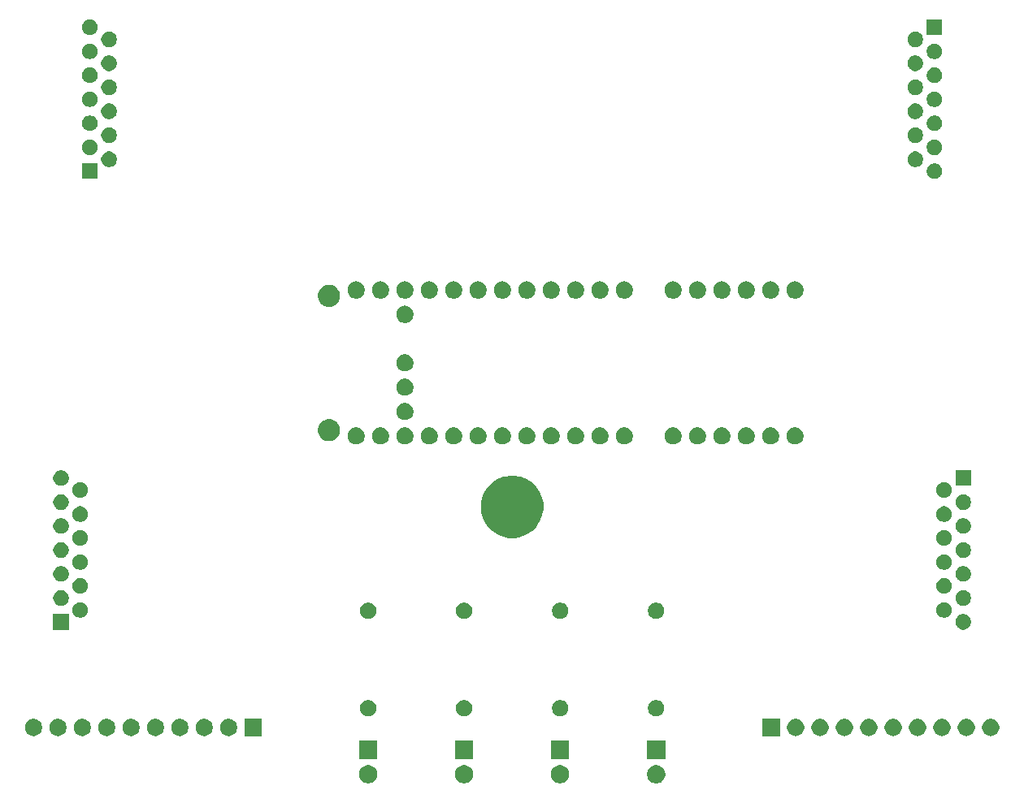
<source format=gbr>
G04 #@! TF.GenerationSoftware,KiCad,Pcbnew,(5.1.6-0-10_14)*
G04 #@! TF.CreationDate,2020-06-11T15:58:30+08:00*
G04 #@! TF.ProjectId,Kinesis,4b696e65-7369-4732-9e6b-696361645f70,rev?*
G04 #@! TF.SameCoordinates,Original*
G04 #@! TF.FileFunction,Soldermask,Bot*
G04 #@! TF.FilePolarity,Negative*
%FSLAX46Y46*%
G04 Gerber Fmt 4.6, Leading zero omitted, Abs format (unit mm)*
G04 Created by KiCad (PCBNEW (5.1.6-0-10_14)) date 2020-06-11 15:58:30*
%MOMM*%
%LPD*%
G01*
G04 APERTURE LIST*
%ADD10C,0.100000*%
G04 APERTURE END LIST*
D10*
G36*
X165277395Y-114975546D02*
G01*
X165450466Y-115047234D01*
X165450467Y-115047235D01*
X165606227Y-115151310D01*
X165738690Y-115283773D01*
X165738691Y-115283775D01*
X165842766Y-115439534D01*
X165914454Y-115612605D01*
X165951000Y-115796333D01*
X165951000Y-115983667D01*
X165914454Y-116167395D01*
X165842766Y-116340466D01*
X165842765Y-116340467D01*
X165738690Y-116496227D01*
X165606227Y-116628690D01*
X165527818Y-116681081D01*
X165450466Y-116732766D01*
X165277395Y-116804454D01*
X165093667Y-116841000D01*
X164906333Y-116841000D01*
X164722605Y-116804454D01*
X164549534Y-116732766D01*
X164472182Y-116681081D01*
X164393773Y-116628690D01*
X164261310Y-116496227D01*
X164157235Y-116340467D01*
X164157234Y-116340466D01*
X164085546Y-116167395D01*
X164049000Y-115983667D01*
X164049000Y-115796333D01*
X164085546Y-115612605D01*
X164157234Y-115439534D01*
X164261309Y-115283775D01*
X164261310Y-115283773D01*
X164393773Y-115151310D01*
X164549533Y-115047235D01*
X164549534Y-115047234D01*
X164722605Y-114975546D01*
X164906333Y-114939000D01*
X165093667Y-114939000D01*
X165277395Y-114975546D01*
G37*
G36*
X155277395Y-114975546D02*
G01*
X155450466Y-115047234D01*
X155450467Y-115047235D01*
X155606227Y-115151310D01*
X155738690Y-115283773D01*
X155738691Y-115283775D01*
X155842766Y-115439534D01*
X155914454Y-115612605D01*
X155951000Y-115796333D01*
X155951000Y-115983667D01*
X155914454Y-116167395D01*
X155842766Y-116340466D01*
X155842765Y-116340467D01*
X155738690Y-116496227D01*
X155606227Y-116628690D01*
X155527818Y-116681081D01*
X155450466Y-116732766D01*
X155277395Y-116804454D01*
X155093667Y-116841000D01*
X154906333Y-116841000D01*
X154722605Y-116804454D01*
X154549534Y-116732766D01*
X154472182Y-116681081D01*
X154393773Y-116628690D01*
X154261310Y-116496227D01*
X154157235Y-116340467D01*
X154157234Y-116340466D01*
X154085546Y-116167395D01*
X154049000Y-115983667D01*
X154049000Y-115796333D01*
X154085546Y-115612605D01*
X154157234Y-115439534D01*
X154261309Y-115283775D01*
X154261310Y-115283773D01*
X154393773Y-115151310D01*
X154549533Y-115047235D01*
X154549534Y-115047234D01*
X154722605Y-114975546D01*
X154906333Y-114939000D01*
X155093667Y-114939000D01*
X155277395Y-114975546D01*
G37*
G36*
X145277395Y-114975546D02*
G01*
X145450466Y-115047234D01*
X145450467Y-115047235D01*
X145606227Y-115151310D01*
X145738690Y-115283773D01*
X145738691Y-115283775D01*
X145842766Y-115439534D01*
X145914454Y-115612605D01*
X145951000Y-115796333D01*
X145951000Y-115983667D01*
X145914454Y-116167395D01*
X145842766Y-116340466D01*
X145842765Y-116340467D01*
X145738690Y-116496227D01*
X145606227Y-116628690D01*
X145527818Y-116681081D01*
X145450466Y-116732766D01*
X145277395Y-116804454D01*
X145093667Y-116841000D01*
X144906333Y-116841000D01*
X144722605Y-116804454D01*
X144549534Y-116732766D01*
X144472182Y-116681081D01*
X144393773Y-116628690D01*
X144261310Y-116496227D01*
X144157235Y-116340467D01*
X144157234Y-116340466D01*
X144085546Y-116167395D01*
X144049000Y-115983667D01*
X144049000Y-115796333D01*
X144085546Y-115612605D01*
X144157234Y-115439534D01*
X144261309Y-115283775D01*
X144261310Y-115283773D01*
X144393773Y-115151310D01*
X144549533Y-115047235D01*
X144549534Y-115047234D01*
X144722605Y-114975546D01*
X144906333Y-114939000D01*
X145093667Y-114939000D01*
X145277395Y-114975546D01*
G37*
G36*
X135277395Y-114975546D02*
G01*
X135450466Y-115047234D01*
X135450467Y-115047235D01*
X135606227Y-115151310D01*
X135738690Y-115283773D01*
X135738691Y-115283775D01*
X135842766Y-115439534D01*
X135914454Y-115612605D01*
X135951000Y-115796333D01*
X135951000Y-115983667D01*
X135914454Y-116167395D01*
X135842766Y-116340466D01*
X135842765Y-116340467D01*
X135738690Y-116496227D01*
X135606227Y-116628690D01*
X135527818Y-116681081D01*
X135450466Y-116732766D01*
X135277395Y-116804454D01*
X135093667Y-116841000D01*
X134906333Y-116841000D01*
X134722605Y-116804454D01*
X134549534Y-116732766D01*
X134472182Y-116681081D01*
X134393773Y-116628690D01*
X134261310Y-116496227D01*
X134157235Y-116340467D01*
X134157234Y-116340466D01*
X134085546Y-116167395D01*
X134049000Y-115983667D01*
X134049000Y-115796333D01*
X134085546Y-115612605D01*
X134157234Y-115439534D01*
X134261309Y-115283775D01*
X134261310Y-115283773D01*
X134393773Y-115151310D01*
X134549533Y-115047235D01*
X134549534Y-115047234D01*
X134722605Y-114975546D01*
X134906333Y-114939000D01*
X135093667Y-114939000D01*
X135277395Y-114975546D01*
G37*
G36*
X165951000Y-114301000D02*
G01*
X164049000Y-114301000D01*
X164049000Y-112399000D01*
X165951000Y-112399000D01*
X165951000Y-114301000D01*
G37*
G36*
X145951000Y-114301000D02*
G01*
X144049000Y-114301000D01*
X144049000Y-112399000D01*
X145951000Y-112399000D01*
X145951000Y-114301000D01*
G37*
G36*
X135951000Y-114301000D02*
G01*
X134049000Y-114301000D01*
X134049000Y-112399000D01*
X135951000Y-112399000D01*
X135951000Y-114301000D01*
G37*
G36*
X155951000Y-114301000D02*
G01*
X154049000Y-114301000D01*
X154049000Y-112399000D01*
X155951000Y-112399000D01*
X155951000Y-114301000D01*
G37*
G36*
X179653512Y-110103927D02*
G01*
X179802812Y-110133624D01*
X179966784Y-110201544D01*
X180114354Y-110300147D01*
X180239853Y-110425646D01*
X180338456Y-110573216D01*
X180406376Y-110737188D01*
X180441000Y-110911259D01*
X180441000Y-111088741D01*
X180406376Y-111262812D01*
X180338456Y-111426784D01*
X180239853Y-111574354D01*
X180114354Y-111699853D01*
X179966784Y-111798456D01*
X179802812Y-111866376D01*
X179653512Y-111896073D01*
X179628742Y-111901000D01*
X179451258Y-111901000D01*
X179426488Y-111896073D01*
X179277188Y-111866376D01*
X179113216Y-111798456D01*
X178965646Y-111699853D01*
X178840147Y-111574354D01*
X178741544Y-111426784D01*
X178673624Y-111262812D01*
X178639000Y-111088741D01*
X178639000Y-110911259D01*
X178673624Y-110737188D01*
X178741544Y-110573216D01*
X178840147Y-110425646D01*
X178965646Y-110300147D01*
X179113216Y-110201544D01*
X179277188Y-110133624D01*
X179426488Y-110103927D01*
X179451258Y-110099000D01*
X179628742Y-110099000D01*
X179653512Y-110103927D01*
G37*
G36*
X177901000Y-111901000D02*
G01*
X176099000Y-111901000D01*
X176099000Y-110099000D01*
X177901000Y-110099000D01*
X177901000Y-111901000D01*
G37*
G36*
X123901000Y-111901000D02*
G01*
X122099000Y-111901000D01*
X122099000Y-110099000D01*
X123901000Y-110099000D01*
X123901000Y-111901000D01*
G37*
G36*
X120573512Y-110103927D02*
G01*
X120722812Y-110133624D01*
X120886784Y-110201544D01*
X121034354Y-110300147D01*
X121159853Y-110425646D01*
X121258456Y-110573216D01*
X121326376Y-110737188D01*
X121361000Y-110911259D01*
X121361000Y-111088741D01*
X121326376Y-111262812D01*
X121258456Y-111426784D01*
X121159853Y-111574354D01*
X121034354Y-111699853D01*
X120886784Y-111798456D01*
X120722812Y-111866376D01*
X120573512Y-111896073D01*
X120548742Y-111901000D01*
X120371258Y-111901000D01*
X120346488Y-111896073D01*
X120197188Y-111866376D01*
X120033216Y-111798456D01*
X119885646Y-111699853D01*
X119760147Y-111574354D01*
X119661544Y-111426784D01*
X119593624Y-111262812D01*
X119559000Y-111088741D01*
X119559000Y-110911259D01*
X119593624Y-110737188D01*
X119661544Y-110573216D01*
X119760147Y-110425646D01*
X119885646Y-110300147D01*
X120033216Y-110201544D01*
X120197188Y-110133624D01*
X120346488Y-110103927D01*
X120371258Y-110099000D01*
X120548742Y-110099000D01*
X120573512Y-110103927D01*
G37*
G36*
X118033512Y-110103927D02*
G01*
X118182812Y-110133624D01*
X118346784Y-110201544D01*
X118494354Y-110300147D01*
X118619853Y-110425646D01*
X118718456Y-110573216D01*
X118786376Y-110737188D01*
X118821000Y-110911259D01*
X118821000Y-111088741D01*
X118786376Y-111262812D01*
X118718456Y-111426784D01*
X118619853Y-111574354D01*
X118494354Y-111699853D01*
X118346784Y-111798456D01*
X118182812Y-111866376D01*
X118033512Y-111896073D01*
X118008742Y-111901000D01*
X117831258Y-111901000D01*
X117806488Y-111896073D01*
X117657188Y-111866376D01*
X117493216Y-111798456D01*
X117345646Y-111699853D01*
X117220147Y-111574354D01*
X117121544Y-111426784D01*
X117053624Y-111262812D01*
X117019000Y-111088741D01*
X117019000Y-110911259D01*
X117053624Y-110737188D01*
X117121544Y-110573216D01*
X117220147Y-110425646D01*
X117345646Y-110300147D01*
X117493216Y-110201544D01*
X117657188Y-110133624D01*
X117806488Y-110103927D01*
X117831258Y-110099000D01*
X118008742Y-110099000D01*
X118033512Y-110103927D01*
G37*
G36*
X115493512Y-110103927D02*
G01*
X115642812Y-110133624D01*
X115806784Y-110201544D01*
X115954354Y-110300147D01*
X116079853Y-110425646D01*
X116178456Y-110573216D01*
X116246376Y-110737188D01*
X116281000Y-110911259D01*
X116281000Y-111088741D01*
X116246376Y-111262812D01*
X116178456Y-111426784D01*
X116079853Y-111574354D01*
X115954354Y-111699853D01*
X115806784Y-111798456D01*
X115642812Y-111866376D01*
X115493512Y-111896073D01*
X115468742Y-111901000D01*
X115291258Y-111901000D01*
X115266488Y-111896073D01*
X115117188Y-111866376D01*
X114953216Y-111798456D01*
X114805646Y-111699853D01*
X114680147Y-111574354D01*
X114581544Y-111426784D01*
X114513624Y-111262812D01*
X114479000Y-111088741D01*
X114479000Y-110911259D01*
X114513624Y-110737188D01*
X114581544Y-110573216D01*
X114680147Y-110425646D01*
X114805646Y-110300147D01*
X114953216Y-110201544D01*
X115117188Y-110133624D01*
X115266488Y-110103927D01*
X115291258Y-110099000D01*
X115468742Y-110099000D01*
X115493512Y-110103927D01*
G37*
G36*
X112953512Y-110103927D02*
G01*
X113102812Y-110133624D01*
X113266784Y-110201544D01*
X113414354Y-110300147D01*
X113539853Y-110425646D01*
X113638456Y-110573216D01*
X113706376Y-110737188D01*
X113741000Y-110911259D01*
X113741000Y-111088741D01*
X113706376Y-111262812D01*
X113638456Y-111426784D01*
X113539853Y-111574354D01*
X113414354Y-111699853D01*
X113266784Y-111798456D01*
X113102812Y-111866376D01*
X112953512Y-111896073D01*
X112928742Y-111901000D01*
X112751258Y-111901000D01*
X112726488Y-111896073D01*
X112577188Y-111866376D01*
X112413216Y-111798456D01*
X112265646Y-111699853D01*
X112140147Y-111574354D01*
X112041544Y-111426784D01*
X111973624Y-111262812D01*
X111939000Y-111088741D01*
X111939000Y-110911259D01*
X111973624Y-110737188D01*
X112041544Y-110573216D01*
X112140147Y-110425646D01*
X112265646Y-110300147D01*
X112413216Y-110201544D01*
X112577188Y-110133624D01*
X112726488Y-110103927D01*
X112751258Y-110099000D01*
X112928742Y-110099000D01*
X112953512Y-110103927D01*
G37*
G36*
X110413512Y-110103927D02*
G01*
X110562812Y-110133624D01*
X110726784Y-110201544D01*
X110874354Y-110300147D01*
X110999853Y-110425646D01*
X111098456Y-110573216D01*
X111166376Y-110737188D01*
X111201000Y-110911259D01*
X111201000Y-111088741D01*
X111166376Y-111262812D01*
X111098456Y-111426784D01*
X110999853Y-111574354D01*
X110874354Y-111699853D01*
X110726784Y-111798456D01*
X110562812Y-111866376D01*
X110413512Y-111896073D01*
X110388742Y-111901000D01*
X110211258Y-111901000D01*
X110186488Y-111896073D01*
X110037188Y-111866376D01*
X109873216Y-111798456D01*
X109725646Y-111699853D01*
X109600147Y-111574354D01*
X109501544Y-111426784D01*
X109433624Y-111262812D01*
X109399000Y-111088741D01*
X109399000Y-110911259D01*
X109433624Y-110737188D01*
X109501544Y-110573216D01*
X109600147Y-110425646D01*
X109725646Y-110300147D01*
X109873216Y-110201544D01*
X110037188Y-110133624D01*
X110186488Y-110103927D01*
X110211258Y-110099000D01*
X110388742Y-110099000D01*
X110413512Y-110103927D01*
G37*
G36*
X107873512Y-110103927D02*
G01*
X108022812Y-110133624D01*
X108186784Y-110201544D01*
X108334354Y-110300147D01*
X108459853Y-110425646D01*
X108558456Y-110573216D01*
X108626376Y-110737188D01*
X108661000Y-110911259D01*
X108661000Y-111088741D01*
X108626376Y-111262812D01*
X108558456Y-111426784D01*
X108459853Y-111574354D01*
X108334354Y-111699853D01*
X108186784Y-111798456D01*
X108022812Y-111866376D01*
X107873512Y-111896073D01*
X107848742Y-111901000D01*
X107671258Y-111901000D01*
X107646488Y-111896073D01*
X107497188Y-111866376D01*
X107333216Y-111798456D01*
X107185646Y-111699853D01*
X107060147Y-111574354D01*
X106961544Y-111426784D01*
X106893624Y-111262812D01*
X106859000Y-111088741D01*
X106859000Y-110911259D01*
X106893624Y-110737188D01*
X106961544Y-110573216D01*
X107060147Y-110425646D01*
X107185646Y-110300147D01*
X107333216Y-110201544D01*
X107497188Y-110133624D01*
X107646488Y-110103927D01*
X107671258Y-110099000D01*
X107848742Y-110099000D01*
X107873512Y-110103927D01*
G37*
G36*
X105333512Y-110103927D02*
G01*
X105482812Y-110133624D01*
X105646784Y-110201544D01*
X105794354Y-110300147D01*
X105919853Y-110425646D01*
X106018456Y-110573216D01*
X106086376Y-110737188D01*
X106121000Y-110911259D01*
X106121000Y-111088741D01*
X106086376Y-111262812D01*
X106018456Y-111426784D01*
X105919853Y-111574354D01*
X105794354Y-111699853D01*
X105646784Y-111798456D01*
X105482812Y-111866376D01*
X105333512Y-111896073D01*
X105308742Y-111901000D01*
X105131258Y-111901000D01*
X105106488Y-111896073D01*
X104957188Y-111866376D01*
X104793216Y-111798456D01*
X104645646Y-111699853D01*
X104520147Y-111574354D01*
X104421544Y-111426784D01*
X104353624Y-111262812D01*
X104319000Y-111088741D01*
X104319000Y-110911259D01*
X104353624Y-110737188D01*
X104421544Y-110573216D01*
X104520147Y-110425646D01*
X104645646Y-110300147D01*
X104793216Y-110201544D01*
X104957188Y-110133624D01*
X105106488Y-110103927D01*
X105131258Y-110099000D01*
X105308742Y-110099000D01*
X105333512Y-110103927D01*
G37*
G36*
X102793512Y-110103927D02*
G01*
X102942812Y-110133624D01*
X103106784Y-110201544D01*
X103254354Y-110300147D01*
X103379853Y-110425646D01*
X103478456Y-110573216D01*
X103546376Y-110737188D01*
X103581000Y-110911259D01*
X103581000Y-111088741D01*
X103546376Y-111262812D01*
X103478456Y-111426784D01*
X103379853Y-111574354D01*
X103254354Y-111699853D01*
X103106784Y-111798456D01*
X102942812Y-111866376D01*
X102793512Y-111896073D01*
X102768742Y-111901000D01*
X102591258Y-111901000D01*
X102566488Y-111896073D01*
X102417188Y-111866376D01*
X102253216Y-111798456D01*
X102105646Y-111699853D01*
X101980147Y-111574354D01*
X101881544Y-111426784D01*
X101813624Y-111262812D01*
X101779000Y-111088741D01*
X101779000Y-110911259D01*
X101813624Y-110737188D01*
X101881544Y-110573216D01*
X101980147Y-110425646D01*
X102105646Y-110300147D01*
X102253216Y-110201544D01*
X102417188Y-110133624D01*
X102566488Y-110103927D01*
X102591258Y-110099000D01*
X102768742Y-110099000D01*
X102793512Y-110103927D01*
G37*
G36*
X100253512Y-110103927D02*
G01*
X100402812Y-110133624D01*
X100566784Y-110201544D01*
X100714354Y-110300147D01*
X100839853Y-110425646D01*
X100938456Y-110573216D01*
X101006376Y-110737188D01*
X101041000Y-110911259D01*
X101041000Y-111088741D01*
X101006376Y-111262812D01*
X100938456Y-111426784D01*
X100839853Y-111574354D01*
X100714354Y-111699853D01*
X100566784Y-111798456D01*
X100402812Y-111866376D01*
X100253512Y-111896073D01*
X100228742Y-111901000D01*
X100051258Y-111901000D01*
X100026488Y-111896073D01*
X99877188Y-111866376D01*
X99713216Y-111798456D01*
X99565646Y-111699853D01*
X99440147Y-111574354D01*
X99341544Y-111426784D01*
X99273624Y-111262812D01*
X99239000Y-111088741D01*
X99239000Y-110911259D01*
X99273624Y-110737188D01*
X99341544Y-110573216D01*
X99440147Y-110425646D01*
X99565646Y-110300147D01*
X99713216Y-110201544D01*
X99877188Y-110133624D01*
X100026488Y-110103927D01*
X100051258Y-110099000D01*
X100228742Y-110099000D01*
X100253512Y-110103927D01*
G37*
G36*
X182193512Y-110103927D02*
G01*
X182342812Y-110133624D01*
X182506784Y-110201544D01*
X182654354Y-110300147D01*
X182779853Y-110425646D01*
X182878456Y-110573216D01*
X182946376Y-110737188D01*
X182981000Y-110911259D01*
X182981000Y-111088741D01*
X182946376Y-111262812D01*
X182878456Y-111426784D01*
X182779853Y-111574354D01*
X182654354Y-111699853D01*
X182506784Y-111798456D01*
X182342812Y-111866376D01*
X182193512Y-111896073D01*
X182168742Y-111901000D01*
X181991258Y-111901000D01*
X181966488Y-111896073D01*
X181817188Y-111866376D01*
X181653216Y-111798456D01*
X181505646Y-111699853D01*
X181380147Y-111574354D01*
X181281544Y-111426784D01*
X181213624Y-111262812D01*
X181179000Y-111088741D01*
X181179000Y-110911259D01*
X181213624Y-110737188D01*
X181281544Y-110573216D01*
X181380147Y-110425646D01*
X181505646Y-110300147D01*
X181653216Y-110201544D01*
X181817188Y-110133624D01*
X181966488Y-110103927D01*
X181991258Y-110099000D01*
X182168742Y-110099000D01*
X182193512Y-110103927D01*
G37*
G36*
X184733512Y-110103927D02*
G01*
X184882812Y-110133624D01*
X185046784Y-110201544D01*
X185194354Y-110300147D01*
X185319853Y-110425646D01*
X185418456Y-110573216D01*
X185486376Y-110737188D01*
X185521000Y-110911259D01*
X185521000Y-111088741D01*
X185486376Y-111262812D01*
X185418456Y-111426784D01*
X185319853Y-111574354D01*
X185194354Y-111699853D01*
X185046784Y-111798456D01*
X184882812Y-111866376D01*
X184733512Y-111896073D01*
X184708742Y-111901000D01*
X184531258Y-111901000D01*
X184506488Y-111896073D01*
X184357188Y-111866376D01*
X184193216Y-111798456D01*
X184045646Y-111699853D01*
X183920147Y-111574354D01*
X183821544Y-111426784D01*
X183753624Y-111262812D01*
X183719000Y-111088741D01*
X183719000Y-110911259D01*
X183753624Y-110737188D01*
X183821544Y-110573216D01*
X183920147Y-110425646D01*
X184045646Y-110300147D01*
X184193216Y-110201544D01*
X184357188Y-110133624D01*
X184506488Y-110103927D01*
X184531258Y-110099000D01*
X184708742Y-110099000D01*
X184733512Y-110103927D01*
G37*
G36*
X187273512Y-110103927D02*
G01*
X187422812Y-110133624D01*
X187586784Y-110201544D01*
X187734354Y-110300147D01*
X187859853Y-110425646D01*
X187958456Y-110573216D01*
X188026376Y-110737188D01*
X188061000Y-110911259D01*
X188061000Y-111088741D01*
X188026376Y-111262812D01*
X187958456Y-111426784D01*
X187859853Y-111574354D01*
X187734354Y-111699853D01*
X187586784Y-111798456D01*
X187422812Y-111866376D01*
X187273512Y-111896073D01*
X187248742Y-111901000D01*
X187071258Y-111901000D01*
X187046488Y-111896073D01*
X186897188Y-111866376D01*
X186733216Y-111798456D01*
X186585646Y-111699853D01*
X186460147Y-111574354D01*
X186361544Y-111426784D01*
X186293624Y-111262812D01*
X186259000Y-111088741D01*
X186259000Y-110911259D01*
X186293624Y-110737188D01*
X186361544Y-110573216D01*
X186460147Y-110425646D01*
X186585646Y-110300147D01*
X186733216Y-110201544D01*
X186897188Y-110133624D01*
X187046488Y-110103927D01*
X187071258Y-110099000D01*
X187248742Y-110099000D01*
X187273512Y-110103927D01*
G37*
G36*
X189813512Y-110103927D02*
G01*
X189962812Y-110133624D01*
X190126784Y-110201544D01*
X190274354Y-110300147D01*
X190399853Y-110425646D01*
X190498456Y-110573216D01*
X190566376Y-110737188D01*
X190601000Y-110911259D01*
X190601000Y-111088741D01*
X190566376Y-111262812D01*
X190498456Y-111426784D01*
X190399853Y-111574354D01*
X190274354Y-111699853D01*
X190126784Y-111798456D01*
X189962812Y-111866376D01*
X189813512Y-111896073D01*
X189788742Y-111901000D01*
X189611258Y-111901000D01*
X189586488Y-111896073D01*
X189437188Y-111866376D01*
X189273216Y-111798456D01*
X189125646Y-111699853D01*
X189000147Y-111574354D01*
X188901544Y-111426784D01*
X188833624Y-111262812D01*
X188799000Y-111088741D01*
X188799000Y-110911259D01*
X188833624Y-110737188D01*
X188901544Y-110573216D01*
X189000147Y-110425646D01*
X189125646Y-110300147D01*
X189273216Y-110201544D01*
X189437188Y-110133624D01*
X189586488Y-110103927D01*
X189611258Y-110099000D01*
X189788742Y-110099000D01*
X189813512Y-110103927D01*
G37*
G36*
X192353512Y-110103927D02*
G01*
X192502812Y-110133624D01*
X192666784Y-110201544D01*
X192814354Y-110300147D01*
X192939853Y-110425646D01*
X193038456Y-110573216D01*
X193106376Y-110737188D01*
X193141000Y-110911259D01*
X193141000Y-111088741D01*
X193106376Y-111262812D01*
X193038456Y-111426784D01*
X192939853Y-111574354D01*
X192814354Y-111699853D01*
X192666784Y-111798456D01*
X192502812Y-111866376D01*
X192353512Y-111896073D01*
X192328742Y-111901000D01*
X192151258Y-111901000D01*
X192126488Y-111896073D01*
X191977188Y-111866376D01*
X191813216Y-111798456D01*
X191665646Y-111699853D01*
X191540147Y-111574354D01*
X191441544Y-111426784D01*
X191373624Y-111262812D01*
X191339000Y-111088741D01*
X191339000Y-110911259D01*
X191373624Y-110737188D01*
X191441544Y-110573216D01*
X191540147Y-110425646D01*
X191665646Y-110300147D01*
X191813216Y-110201544D01*
X191977188Y-110133624D01*
X192126488Y-110103927D01*
X192151258Y-110099000D01*
X192328742Y-110099000D01*
X192353512Y-110103927D01*
G37*
G36*
X194893512Y-110103927D02*
G01*
X195042812Y-110133624D01*
X195206784Y-110201544D01*
X195354354Y-110300147D01*
X195479853Y-110425646D01*
X195578456Y-110573216D01*
X195646376Y-110737188D01*
X195681000Y-110911259D01*
X195681000Y-111088741D01*
X195646376Y-111262812D01*
X195578456Y-111426784D01*
X195479853Y-111574354D01*
X195354354Y-111699853D01*
X195206784Y-111798456D01*
X195042812Y-111866376D01*
X194893512Y-111896073D01*
X194868742Y-111901000D01*
X194691258Y-111901000D01*
X194666488Y-111896073D01*
X194517188Y-111866376D01*
X194353216Y-111798456D01*
X194205646Y-111699853D01*
X194080147Y-111574354D01*
X193981544Y-111426784D01*
X193913624Y-111262812D01*
X193879000Y-111088741D01*
X193879000Y-110911259D01*
X193913624Y-110737188D01*
X193981544Y-110573216D01*
X194080147Y-110425646D01*
X194205646Y-110300147D01*
X194353216Y-110201544D01*
X194517188Y-110133624D01*
X194666488Y-110103927D01*
X194691258Y-110099000D01*
X194868742Y-110099000D01*
X194893512Y-110103927D01*
G37*
G36*
X197433512Y-110103927D02*
G01*
X197582812Y-110133624D01*
X197746784Y-110201544D01*
X197894354Y-110300147D01*
X198019853Y-110425646D01*
X198118456Y-110573216D01*
X198186376Y-110737188D01*
X198221000Y-110911259D01*
X198221000Y-111088741D01*
X198186376Y-111262812D01*
X198118456Y-111426784D01*
X198019853Y-111574354D01*
X197894354Y-111699853D01*
X197746784Y-111798456D01*
X197582812Y-111866376D01*
X197433512Y-111896073D01*
X197408742Y-111901000D01*
X197231258Y-111901000D01*
X197206488Y-111896073D01*
X197057188Y-111866376D01*
X196893216Y-111798456D01*
X196745646Y-111699853D01*
X196620147Y-111574354D01*
X196521544Y-111426784D01*
X196453624Y-111262812D01*
X196419000Y-111088741D01*
X196419000Y-110911259D01*
X196453624Y-110737188D01*
X196521544Y-110573216D01*
X196620147Y-110425646D01*
X196745646Y-110300147D01*
X196893216Y-110201544D01*
X197057188Y-110133624D01*
X197206488Y-110103927D01*
X197231258Y-110099000D01*
X197408742Y-110099000D01*
X197433512Y-110103927D01*
G37*
G36*
X199973512Y-110103927D02*
G01*
X200122812Y-110133624D01*
X200286784Y-110201544D01*
X200434354Y-110300147D01*
X200559853Y-110425646D01*
X200658456Y-110573216D01*
X200726376Y-110737188D01*
X200761000Y-110911259D01*
X200761000Y-111088741D01*
X200726376Y-111262812D01*
X200658456Y-111426784D01*
X200559853Y-111574354D01*
X200434354Y-111699853D01*
X200286784Y-111798456D01*
X200122812Y-111866376D01*
X199973512Y-111896073D01*
X199948742Y-111901000D01*
X199771258Y-111901000D01*
X199746488Y-111896073D01*
X199597188Y-111866376D01*
X199433216Y-111798456D01*
X199285646Y-111699853D01*
X199160147Y-111574354D01*
X199061544Y-111426784D01*
X198993624Y-111262812D01*
X198959000Y-111088741D01*
X198959000Y-110911259D01*
X198993624Y-110737188D01*
X199061544Y-110573216D01*
X199160147Y-110425646D01*
X199285646Y-110300147D01*
X199433216Y-110201544D01*
X199597188Y-110133624D01*
X199746488Y-110103927D01*
X199771258Y-110099000D01*
X199948742Y-110099000D01*
X199973512Y-110103927D01*
G37*
G36*
X165248228Y-108181703D02*
G01*
X165403100Y-108245853D01*
X165542481Y-108338985D01*
X165661015Y-108457519D01*
X165754147Y-108596900D01*
X165818297Y-108751772D01*
X165851000Y-108916184D01*
X165851000Y-109083816D01*
X165818297Y-109248228D01*
X165754147Y-109403100D01*
X165661015Y-109542481D01*
X165542481Y-109661015D01*
X165403100Y-109754147D01*
X165248228Y-109818297D01*
X165083816Y-109851000D01*
X164916184Y-109851000D01*
X164751772Y-109818297D01*
X164596900Y-109754147D01*
X164457519Y-109661015D01*
X164338985Y-109542481D01*
X164245853Y-109403100D01*
X164181703Y-109248228D01*
X164149000Y-109083816D01*
X164149000Y-108916184D01*
X164181703Y-108751772D01*
X164245853Y-108596900D01*
X164338985Y-108457519D01*
X164457519Y-108338985D01*
X164596900Y-108245853D01*
X164751772Y-108181703D01*
X164916184Y-108149000D01*
X165083816Y-108149000D01*
X165248228Y-108181703D01*
G37*
G36*
X155248228Y-108181703D02*
G01*
X155403100Y-108245853D01*
X155542481Y-108338985D01*
X155661015Y-108457519D01*
X155754147Y-108596900D01*
X155818297Y-108751772D01*
X155851000Y-108916184D01*
X155851000Y-109083816D01*
X155818297Y-109248228D01*
X155754147Y-109403100D01*
X155661015Y-109542481D01*
X155542481Y-109661015D01*
X155403100Y-109754147D01*
X155248228Y-109818297D01*
X155083816Y-109851000D01*
X154916184Y-109851000D01*
X154751772Y-109818297D01*
X154596900Y-109754147D01*
X154457519Y-109661015D01*
X154338985Y-109542481D01*
X154245853Y-109403100D01*
X154181703Y-109248228D01*
X154149000Y-109083816D01*
X154149000Y-108916184D01*
X154181703Y-108751772D01*
X154245853Y-108596900D01*
X154338985Y-108457519D01*
X154457519Y-108338985D01*
X154596900Y-108245853D01*
X154751772Y-108181703D01*
X154916184Y-108149000D01*
X155083816Y-108149000D01*
X155248228Y-108181703D01*
G37*
G36*
X145248228Y-108181703D02*
G01*
X145403100Y-108245853D01*
X145542481Y-108338985D01*
X145661015Y-108457519D01*
X145754147Y-108596900D01*
X145818297Y-108751772D01*
X145851000Y-108916184D01*
X145851000Y-109083816D01*
X145818297Y-109248228D01*
X145754147Y-109403100D01*
X145661015Y-109542481D01*
X145542481Y-109661015D01*
X145403100Y-109754147D01*
X145248228Y-109818297D01*
X145083816Y-109851000D01*
X144916184Y-109851000D01*
X144751772Y-109818297D01*
X144596900Y-109754147D01*
X144457519Y-109661015D01*
X144338985Y-109542481D01*
X144245853Y-109403100D01*
X144181703Y-109248228D01*
X144149000Y-109083816D01*
X144149000Y-108916184D01*
X144181703Y-108751772D01*
X144245853Y-108596900D01*
X144338985Y-108457519D01*
X144457519Y-108338985D01*
X144596900Y-108245853D01*
X144751772Y-108181703D01*
X144916184Y-108149000D01*
X145083816Y-108149000D01*
X145248228Y-108181703D01*
G37*
G36*
X135248228Y-108181703D02*
G01*
X135403100Y-108245853D01*
X135542481Y-108338985D01*
X135661015Y-108457519D01*
X135754147Y-108596900D01*
X135818297Y-108751772D01*
X135851000Y-108916184D01*
X135851000Y-109083816D01*
X135818297Y-109248228D01*
X135754147Y-109403100D01*
X135661015Y-109542481D01*
X135542481Y-109661015D01*
X135403100Y-109754147D01*
X135248228Y-109818297D01*
X135083816Y-109851000D01*
X134916184Y-109851000D01*
X134751772Y-109818297D01*
X134596900Y-109754147D01*
X134457519Y-109661015D01*
X134338985Y-109542481D01*
X134245853Y-109403100D01*
X134181703Y-109248228D01*
X134149000Y-109083816D01*
X134149000Y-108916184D01*
X134181703Y-108751772D01*
X134245853Y-108596900D01*
X134338985Y-108457519D01*
X134457519Y-108338985D01*
X134596900Y-108245853D01*
X134751772Y-108181703D01*
X134916184Y-108149000D01*
X135083816Y-108149000D01*
X135248228Y-108181703D01*
G37*
G36*
X197237142Y-99218242D02*
G01*
X197385101Y-99279529D01*
X197518255Y-99368499D01*
X197631501Y-99481745D01*
X197720471Y-99614899D01*
X197781758Y-99762858D01*
X197813000Y-99919925D01*
X197813000Y-100080075D01*
X197781758Y-100237142D01*
X197720471Y-100385101D01*
X197631501Y-100518255D01*
X197518255Y-100631501D01*
X197385101Y-100720471D01*
X197237142Y-100781758D01*
X197080075Y-100813000D01*
X196919925Y-100813000D01*
X196762858Y-100781758D01*
X196614899Y-100720471D01*
X196481745Y-100631501D01*
X196368499Y-100518255D01*
X196279529Y-100385101D01*
X196218242Y-100237142D01*
X196187000Y-100080075D01*
X196187000Y-99919925D01*
X196218242Y-99762858D01*
X196279529Y-99614899D01*
X196368499Y-99481745D01*
X196481745Y-99368499D01*
X196614899Y-99279529D01*
X196762858Y-99218242D01*
X196919925Y-99187000D01*
X197080075Y-99187000D01*
X197237142Y-99218242D01*
G37*
G36*
X103813000Y-100813000D02*
G01*
X102187000Y-100813000D01*
X102187000Y-99187000D01*
X103813000Y-99187000D01*
X103813000Y-100813000D01*
G37*
G36*
X165248228Y-98021703D02*
G01*
X165403100Y-98085853D01*
X165542481Y-98178985D01*
X165661015Y-98297519D01*
X165754147Y-98436900D01*
X165818297Y-98591772D01*
X165851000Y-98756184D01*
X165851000Y-98923816D01*
X165818297Y-99088228D01*
X165754147Y-99243100D01*
X165661015Y-99382481D01*
X165542481Y-99501015D01*
X165403100Y-99594147D01*
X165248228Y-99658297D01*
X165083816Y-99691000D01*
X164916184Y-99691000D01*
X164751772Y-99658297D01*
X164596900Y-99594147D01*
X164457519Y-99501015D01*
X164338985Y-99382481D01*
X164245853Y-99243100D01*
X164181703Y-99088228D01*
X164149000Y-98923816D01*
X164149000Y-98756184D01*
X164181703Y-98591772D01*
X164245853Y-98436900D01*
X164338985Y-98297519D01*
X164457519Y-98178985D01*
X164596900Y-98085853D01*
X164751772Y-98021703D01*
X164916184Y-97989000D01*
X165083816Y-97989000D01*
X165248228Y-98021703D01*
G37*
G36*
X135248228Y-98021703D02*
G01*
X135403100Y-98085853D01*
X135542481Y-98178985D01*
X135661015Y-98297519D01*
X135754147Y-98436900D01*
X135818297Y-98591772D01*
X135851000Y-98756184D01*
X135851000Y-98923816D01*
X135818297Y-99088228D01*
X135754147Y-99243100D01*
X135661015Y-99382481D01*
X135542481Y-99501015D01*
X135403100Y-99594147D01*
X135248228Y-99658297D01*
X135083816Y-99691000D01*
X134916184Y-99691000D01*
X134751772Y-99658297D01*
X134596900Y-99594147D01*
X134457519Y-99501015D01*
X134338985Y-99382481D01*
X134245853Y-99243100D01*
X134181703Y-99088228D01*
X134149000Y-98923816D01*
X134149000Y-98756184D01*
X134181703Y-98591772D01*
X134245853Y-98436900D01*
X134338985Y-98297519D01*
X134457519Y-98178985D01*
X134596900Y-98085853D01*
X134751772Y-98021703D01*
X134916184Y-97989000D01*
X135083816Y-97989000D01*
X135248228Y-98021703D01*
G37*
G36*
X145248228Y-98021703D02*
G01*
X145403100Y-98085853D01*
X145542481Y-98178985D01*
X145661015Y-98297519D01*
X145754147Y-98436900D01*
X145818297Y-98591772D01*
X145851000Y-98756184D01*
X145851000Y-98923816D01*
X145818297Y-99088228D01*
X145754147Y-99243100D01*
X145661015Y-99382481D01*
X145542481Y-99501015D01*
X145403100Y-99594147D01*
X145248228Y-99658297D01*
X145083816Y-99691000D01*
X144916184Y-99691000D01*
X144751772Y-99658297D01*
X144596900Y-99594147D01*
X144457519Y-99501015D01*
X144338985Y-99382481D01*
X144245853Y-99243100D01*
X144181703Y-99088228D01*
X144149000Y-98923816D01*
X144149000Y-98756184D01*
X144181703Y-98591772D01*
X144245853Y-98436900D01*
X144338985Y-98297519D01*
X144457519Y-98178985D01*
X144596900Y-98085853D01*
X144751772Y-98021703D01*
X144916184Y-97989000D01*
X145083816Y-97989000D01*
X145248228Y-98021703D01*
G37*
G36*
X155248228Y-98021703D02*
G01*
X155403100Y-98085853D01*
X155542481Y-98178985D01*
X155661015Y-98297519D01*
X155754147Y-98436900D01*
X155818297Y-98591772D01*
X155851000Y-98756184D01*
X155851000Y-98923816D01*
X155818297Y-99088228D01*
X155754147Y-99243100D01*
X155661015Y-99382481D01*
X155542481Y-99501015D01*
X155403100Y-99594147D01*
X155248228Y-99658297D01*
X155083816Y-99691000D01*
X154916184Y-99691000D01*
X154751772Y-99658297D01*
X154596900Y-99594147D01*
X154457519Y-99501015D01*
X154338985Y-99382481D01*
X154245853Y-99243100D01*
X154181703Y-99088228D01*
X154149000Y-98923816D01*
X154149000Y-98756184D01*
X154181703Y-98591772D01*
X154245853Y-98436900D01*
X154338985Y-98297519D01*
X154457519Y-98178985D01*
X154596900Y-98085853D01*
X154751772Y-98021703D01*
X154916184Y-97989000D01*
X155083816Y-97989000D01*
X155248228Y-98021703D01*
G37*
G36*
X105237142Y-97968242D02*
G01*
X105385101Y-98029529D01*
X105518255Y-98118499D01*
X105631501Y-98231745D01*
X105720471Y-98364899D01*
X105781758Y-98512858D01*
X105813000Y-98669925D01*
X105813000Y-98830075D01*
X105781758Y-98987142D01*
X105720471Y-99135101D01*
X105631501Y-99268255D01*
X105518255Y-99381501D01*
X105385101Y-99470471D01*
X105237142Y-99531758D01*
X105080075Y-99563000D01*
X104919925Y-99563000D01*
X104762858Y-99531758D01*
X104614899Y-99470471D01*
X104481745Y-99381501D01*
X104368499Y-99268255D01*
X104279529Y-99135101D01*
X104218242Y-98987142D01*
X104187000Y-98830075D01*
X104187000Y-98669925D01*
X104218242Y-98512858D01*
X104279529Y-98364899D01*
X104368499Y-98231745D01*
X104481745Y-98118499D01*
X104614899Y-98029529D01*
X104762858Y-97968242D01*
X104919925Y-97937000D01*
X105080075Y-97937000D01*
X105237142Y-97968242D01*
G37*
G36*
X195237142Y-97968242D02*
G01*
X195385101Y-98029529D01*
X195518255Y-98118499D01*
X195631501Y-98231745D01*
X195720471Y-98364899D01*
X195781758Y-98512858D01*
X195813000Y-98669925D01*
X195813000Y-98830075D01*
X195781758Y-98987142D01*
X195720471Y-99135101D01*
X195631501Y-99268255D01*
X195518255Y-99381501D01*
X195385101Y-99470471D01*
X195237142Y-99531758D01*
X195080075Y-99563000D01*
X194919925Y-99563000D01*
X194762858Y-99531758D01*
X194614899Y-99470471D01*
X194481745Y-99381501D01*
X194368499Y-99268255D01*
X194279529Y-99135101D01*
X194218242Y-98987142D01*
X194187000Y-98830075D01*
X194187000Y-98669925D01*
X194218242Y-98512858D01*
X194279529Y-98364899D01*
X194368499Y-98231745D01*
X194481745Y-98118499D01*
X194614899Y-98029529D01*
X194762858Y-97968242D01*
X194919925Y-97937000D01*
X195080075Y-97937000D01*
X195237142Y-97968242D01*
G37*
G36*
X103237142Y-96718242D02*
G01*
X103385101Y-96779529D01*
X103518255Y-96868499D01*
X103631501Y-96981745D01*
X103720471Y-97114899D01*
X103781758Y-97262858D01*
X103813000Y-97419925D01*
X103813000Y-97580075D01*
X103781758Y-97737142D01*
X103720471Y-97885101D01*
X103631501Y-98018255D01*
X103518255Y-98131501D01*
X103385101Y-98220471D01*
X103237142Y-98281758D01*
X103080075Y-98313000D01*
X102919925Y-98313000D01*
X102762858Y-98281758D01*
X102614899Y-98220471D01*
X102481745Y-98131501D01*
X102368499Y-98018255D01*
X102279529Y-97885101D01*
X102218242Y-97737142D01*
X102187000Y-97580075D01*
X102187000Y-97419925D01*
X102218242Y-97262858D01*
X102279529Y-97114899D01*
X102368499Y-96981745D01*
X102481745Y-96868499D01*
X102614899Y-96779529D01*
X102762858Y-96718242D01*
X102919925Y-96687000D01*
X103080075Y-96687000D01*
X103237142Y-96718242D01*
G37*
G36*
X197237142Y-96718242D02*
G01*
X197385101Y-96779529D01*
X197518255Y-96868499D01*
X197631501Y-96981745D01*
X197720471Y-97114899D01*
X197781758Y-97262858D01*
X197813000Y-97419925D01*
X197813000Y-97580075D01*
X197781758Y-97737142D01*
X197720471Y-97885101D01*
X197631501Y-98018255D01*
X197518255Y-98131501D01*
X197385101Y-98220471D01*
X197237142Y-98281758D01*
X197080075Y-98313000D01*
X196919925Y-98313000D01*
X196762858Y-98281758D01*
X196614899Y-98220471D01*
X196481745Y-98131501D01*
X196368499Y-98018255D01*
X196279529Y-97885101D01*
X196218242Y-97737142D01*
X196187000Y-97580075D01*
X196187000Y-97419925D01*
X196218242Y-97262858D01*
X196279529Y-97114899D01*
X196368499Y-96981745D01*
X196481745Y-96868499D01*
X196614899Y-96779529D01*
X196762858Y-96718242D01*
X196919925Y-96687000D01*
X197080075Y-96687000D01*
X197237142Y-96718242D01*
G37*
G36*
X105237142Y-95468242D02*
G01*
X105385101Y-95529529D01*
X105518255Y-95618499D01*
X105631501Y-95731745D01*
X105720471Y-95864899D01*
X105781758Y-96012858D01*
X105813000Y-96169925D01*
X105813000Y-96330075D01*
X105781758Y-96487142D01*
X105720471Y-96635101D01*
X105631501Y-96768255D01*
X105518255Y-96881501D01*
X105385101Y-96970471D01*
X105237142Y-97031758D01*
X105080075Y-97063000D01*
X104919925Y-97063000D01*
X104762858Y-97031758D01*
X104614899Y-96970471D01*
X104481745Y-96881501D01*
X104368499Y-96768255D01*
X104279529Y-96635101D01*
X104218242Y-96487142D01*
X104187000Y-96330075D01*
X104187000Y-96169925D01*
X104218242Y-96012858D01*
X104279529Y-95864899D01*
X104368499Y-95731745D01*
X104481745Y-95618499D01*
X104614899Y-95529529D01*
X104762858Y-95468242D01*
X104919925Y-95437000D01*
X105080075Y-95437000D01*
X105237142Y-95468242D01*
G37*
G36*
X195237142Y-95468242D02*
G01*
X195385101Y-95529529D01*
X195518255Y-95618499D01*
X195631501Y-95731745D01*
X195720471Y-95864899D01*
X195781758Y-96012858D01*
X195813000Y-96169925D01*
X195813000Y-96330075D01*
X195781758Y-96487142D01*
X195720471Y-96635101D01*
X195631501Y-96768255D01*
X195518255Y-96881501D01*
X195385101Y-96970471D01*
X195237142Y-97031758D01*
X195080075Y-97063000D01*
X194919925Y-97063000D01*
X194762858Y-97031758D01*
X194614899Y-96970471D01*
X194481745Y-96881501D01*
X194368499Y-96768255D01*
X194279529Y-96635101D01*
X194218242Y-96487142D01*
X194187000Y-96330075D01*
X194187000Y-96169925D01*
X194218242Y-96012858D01*
X194279529Y-95864899D01*
X194368499Y-95731745D01*
X194481745Y-95618499D01*
X194614899Y-95529529D01*
X194762858Y-95468242D01*
X194919925Y-95437000D01*
X195080075Y-95437000D01*
X195237142Y-95468242D01*
G37*
G36*
X103237142Y-94218242D02*
G01*
X103385101Y-94279529D01*
X103518255Y-94368499D01*
X103631501Y-94481745D01*
X103720471Y-94614899D01*
X103781758Y-94762858D01*
X103813000Y-94919925D01*
X103813000Y-95080075D01*
X103781758Y-95237142D01*
X103720471Y-95385101D01*
X103631501Y-95518255D01*
X103518255Y-95631501D01*
X103385101Y-95720471D01*
X103237142Y-95781758D01*
X103080075Y-95813000D01*
X102919925Y-95813000D01*
X102762858Y-95781758D01*
X102614899Y-95720471D01*
X102481745Y-95631501D01*
X102368499Y-95518255D01*
X102279529Y-95385101D01*
X102218242Y-95237142D01*
X102187000Y-95080075D01*
X102187000Y-94919925D01*
X102218242Y-94762858D01*
X102279529Y-94614899D01*
X102368499Y-94481745D01*
X102481745Y-94368499D01*
X102614899Y-94279529D01*
X102762858Y-94218242D01*
X102919925Y-94187000D01*
X103080075Y-94187000D01*
X103237142Y-94218242D01*
G37*
G36*
X197237142Y-94218242D02*
G01*
X197385101Y-94279529D01*
X197518255Y-94368499D01*
X197631501Y-94481745D01*
X197720471Y-94614899D01*
X197781758Y-94762858D01*
X197813000Y-94919925D01*
X197813000Y-95080075D01*
X197781758Y-95237142D01*
X197720471Y-95385101D01*
X197631501Y-95518255D01*
X197518255Y-95631501D01*
X197385101Y-95720471D01*
X197237142Y-95781758D01*
X197080075Y-95813000D01*
X196919925Y-95813000D01*
X196762858Y-95781758D01*
X196614899Y-95720471D01*
X196481745Y-95631501D01*
X196368499Y-95518255D01*
X196279529Y-95385101D01*
X196218242Y-95237142D01*
X196187000Y-95080075D01*
X196187000Y-94919925D01*
X196218242Y-94762858D01*
X196279529Y-94614899D01*
X196368499Y-94481745D01*
X196481745Y-94368499D01*
X196614899Y-94279529D01*
X196762858Y-94218242D01*
X196919925Y-94187000D01*
X197080075Y-94187000D01*
X197237142Y-94218242D01*
G37*
G36*
X195237142Y-92968242D02*
G01*
X195385101Y-93029529D01*
X195518255Y-93118499D01*
X195631501Y-93231745D01*
X195720471Y-93364899D01*
X195781758Y-93512858D01*
X195813000Y-93669925D01*
X195813000Y-93830075D01*
X195781758Y-93987142D01*
X195720471Y-94135101D01*
X195631501Y-94268255D01*
X195518255Y-94381501D01*
X195385101Y-94470471D01*
X195237142Y-94531758D01*
X195080075Y-94563000D01*
X194919925Y-94563000D01*
X194762858Y-94531758D01*
X194614899Y-94470471D01*
X194481745Y-94381501D01*
X194368499Y-94268255D01*
X194279529Y-94135101D01*
X194218242Y-93987142D01*
X194187000Y-93830075D01*
X194187000Y-93669925D01*
X194218242Y-93512858D01*
X194279529Y-93364899D01*
X194368499Y-93231745D01*
X194481745Y-93118499D01*
X194614899Y-93029529D01*
X194762858Y-92968242D01*
X194919925Y-92937000D01*
X195080075Y-92937000D01*
X195237142Y-92968242D01*
G37*
G36*
X105237142Y-92968242D02*
G01*
X105385101Y-93029529D01*
X105518255Y-93118499D01*
X105631501Y-93231745D01*
X105720471Y-93364899D01*
X105781758Y-93512858D01*
X105813000Y-93669925D01*
X105813000Y-93830075D01*
X105781758Y-93987142D01*
X105720471Y-94135101D01*
X105631501Y-94268255D01*
X105518255Y-94381501D01*
X105385101Y-94470471D01*
X105237142Y-94531758D01*
X105080075Y-94563000D01*
X104919925Y-94563000D01*
X104762858Y-94531758D01*
X104614899Y-94470471D01*
X104481745Y-94381501D01*
X104368499Y-94268255D01*
X104279529Y-94135101D01*
X104218242Y-93987142D01*
X104187000Y-93830075D01*
X104187000Y-93669925D01*
X104218242Y-93512858D01*
X104279529Y-93364899D01*
X104368499Y-93231745D01*
X104481745Y-93118499D01*
X104614899Y-93029529D01*
X104762858Y-92968242D01*
X104919925Y-92937000D01*
X105080075Y-92937000D01*
X105237142Y-92968242D01*
G37*
G36*
X103237142Y-91718242D02*
G01*
X103385101Y-91779529D01*
X103518255Y-91868499D01*
X103631501Y-91981745D01*
X103720471Y-92114899D01*
X103781758Y-92262858D01*
X103813000Y-92419925D01*
X103813000Y-92580075D01*
X103781758Y-92737142D01*
X103720471Y-92885101D01*
X103631501Y-93018255D01*
X103518255Y-93131501D01*
X103385101Y-93220471D01*
X103237142Y-93281758D01*
X103080075Y-93313000D01*
X102919925Y-93313000D01*
X102762858Y-93281758D01*
X102614899Y-93220471D01*
X102481745Y-93131501D01*
X102368499Y-93018255D01*
X102279529Y-92885101D01*
X102218242Y-92737142D01*
X102187000Y-92580075D01*
X102187000Y-92419925D01*
X102218242Y-92262858D01*
X102279529Y-92114899D01*
X102368499Y-91981745D01*
X102481745Y-91868499D01*
X102614899Y-91779529D01*
X102762858Y-91718242D01*
X102919925Y-91687000D01*
X103080075Y-91687000D01*
X103237142Y-91718242D01*
G37*
G36*
X197237142Y-91718242D02*
G01*
X197385101Y-91779529D01*
X197518255Y-91868499D01*
X197631501Y-91981745D01*
X197720471Y-92114899D01*
X197781758Y-92262858D01*
X197813000Y-92419925D01*
X197813000Y-92580075D01*
X197781758Y-92737142D01*
X197720471Y-92885101D01*
X197631501Y-93018255D01*
X197518255Y-93131501D01*
X197385101Y-93220471D01*
X197237142Y-93281758D01*
X197080075Y-93313000D01*
X196919925Y-93313000D01*
X196762858Y-93281758D01*
X196614899Y-93220471D01*
X196481745Y-93131501D01*
X196368499Y-93018255D01*
X196279529Y-92885101D01*
X196218242Y-92737142D01*
X196187000Y-92580075D01*
X196187000Y-92419925D01*
X196218242Y-92262858D01*
X196279529Y-92114899D01*
X196368499Y-91981745D01*
X196481745Y-91868499D01*
X196614899Y-91779529D01*
X196762858Y-91718242D01*
X196919925Y-91687000D01*
X197080075Y-91687000D01*
X197237142Y-91718242D01*
G37*
G36*
X105237142Y-90468242D02*
G01*
X105385101Y-90529529D01*
X105518255Y-90618499D01*
X105631501Y-90731745D01*
X105720471Y-90864899D01*
X105781758Y-91012858D01*
X105813000Y-91169925D01*
X105813000Y-91330075D01*
X105781758Y-91487142D01*
X105720471Y-91635101D01*
X105631501Y-91768255D01*
X105518255Y-91881501D01*
X105385101Y-91970471D01*
X105237142Y-92031758D01*
X105080075Y-92063000D01*
X104919925Y-92063000D01*
X104762858Y-92031758D01*
X104614899Y-91970471D01*
X104481745Y-91881501D01*
X104368499Y-91768255D01*
X104279529Y-91635101D01*
X104218242Y-91487142D01*
X104187000Y-91330075D01*
X104187000Y-91169925D01*
X104218242Y-91012858D01*
X104279529Y-90864899D01*
X104368499Y-90731745D01*
X104481745Y-90618499D01*
X104614899Y-90529529D01*
X104762858Y-90468242D01*
X104919925Y-90437000D01*
X105080075Y-90437000D01*
X105237142Y-90468242D01*
G37*
G36*
X195237142Y-90468242D02*
G01*
X195385101Y-90529529D01*
X195518255Y-90618499D01*
X195631501Y-90731745D01*
X195720471Y-90864899D01*
X195781758Y-91012858D01*
X195813000Y-91169925D01*
X195813000Y-91330075D01*
X195781758Y-91487142D01*
X195720471Y-91635101D01*
X195631501Y-91768255D01*
X195518255Y-91881501D01*
X195385101Y-91970471D01*
X195237142Y-92031758D01*
X195080075Y-92063000D01*
X194919925Y-92063000D01*
X194762858Y-92031758D01*
X194614899Y-91970471D01*
X194481745Y-91881501D01*
X194368499Y-91768255D01*
X194279529Y-91635101D01*
X194218242Y-91487142D01*
X194187000Y-91330075D01*
X194187000Y-91169925D01*
X194218242Y-91012858D01*
X194279529Y-90864899D01*
X194368499Y-90731745D01*
X194481745Y-90618499D01*
X194614899Y-90529529D01*
X194762858Y-90468242D01*
X194919925Y-90437000D01*
X195080075Y-90437000D01*
X195237142Y-90468242D01*
G37*
G36*
X150634239Y-84811467D02*
G01*
X150948282Y-84873934D01*
X151539926Y-85119001D01*
X151938172Y-85385101D01*
X152062602Y-85468242D01*
X152072392Y-85474784D01*
X152525216Y-85927608D01*
X152880999Y-86460074D01*
X153117798Y-87031758D01*
X153126066Y-87051719D01*
X153251000Y-87679803D01*
X153251000Y-88320197D01*
X153212677Y-88512857D01*
X153126066Y-88948282D01*
X152880999Y-89539926D01*
X152633265Y-89910685D01*
X152525217Y-90072391D01*
X152072391Y-90525217D01*
X152062910Y-90531552D01*
X151539926Y-90880999D01*
X150948282Y-91126066D01*
X150634239Y-91188533D01*
X150320197Y-91251000D01*
X149679803Y-91251000D01*
X149365761Y-91188533D01*
X149051718Y-91126066D01*
X148460074Y-90880999D01*
X147937090Y-90531552D01*
X147927609Y-90525217D01*
X147474783Y-90072391D01*
X147366735Y-89910685D01*
X147119001Y-89539926D01*
X146873934Y-88948282D01*
X146787323Y-88512857D01*
X146749000Y-88320197D01*
X146749000Y-87679803D01*
X146873934Y-87051719D01*
X146882202Y-87031758D01*
X147119001Y-86460074D01*
X147474784Y-85927608D01*
X147927608Y-85474784D01*
X147937399Y-85468242D01*
X148061828Y-85385101D01*
X148460074Y-85119001D01*
X149051718Y-84873934D01*
X149365761Y-84811467D01*
X149679803Y-84749000D01*
X150320197Y-84749000D01*
X150634239Y-84811467D01*
G37*
G36*
X197237142Y-89218242D02*
G01*
X197385101Y-89279529D01*
X197518255Y-89368499D01*
X197631501Y-89481745D01*
X197720471Y-89614899D01*
X197781758Y-89762858D01*
X197813000Y-89919925D01*
X197813000Y-90080075D01*
X197781758Y-90237142D01*
X197720471Y-90385101D01*
X197631501Y-90518255D01*
X197518255Y-90631501D01*
X197385101Y-90720471D01*
X197237142Y-90781758D01*
X197080075Y-90813000D01*
X196919925Y-90813000D01*
X196762858Y-90781758D01*
X196614899Y-90720471D01*
X196481745Y-90631501D01*
X196368499Y-90518255D01*
X196279529Y-90385101D01*
X196218242Y-90237142D01*
X196187000Y-90080075D01*
X196187000Y-89919925D01*
X196218242Y-89762858D01*
X196279529Y-89614899D01*
X196368499Y-89481745D01*
X196481745Y-89368499D01*
X196614899Y-89279529D01*
X196762858Y-89218242D01*
X196919925Y-89187000D01*
X197080075Y-89187000D01*
X197237142Y-89218242D01*
G37*
G36*
X103237142Y-89218242D02*
G01*
X103385101Y-89279529D01*
X103518255Y-89368499D01*
X103631501Y-89481745D01*
X103720471Y-89614899D01*
X103781758Y-89762858D01*
X103813000Y-89919925D01*
X103813000Y-90080075D01*
X103781758Y-90237142D01*
X103720471Y-90385101D01*
X103631501Y-90518255D01*
X103518255Y-90631501D01*
X103385101Y-90720471D01*
X103237142Y-90781758D01*
X103080075Y-90813000D01*
X102919925Y-90813000D01*
X102762858Y-90781758D01*
X102614899Y-90720471D01*
X102481745Y-90631501D01*
X102368499Y-90518255D01*
X102279529Y-90385101D01*
X102218242Y-90237142D01*
X102187000Y-90080075D01*
X102187000Y-89919925D01*
X102218242Y-89762858D01*
X102279529Y-89614899D01*
X102368499Y-89481745D01*
X102481745Y-89368499D01*
X102614899Y-89279529D01*
X102762858Y-89218242D01*
X102919925Y-89187000D01*
X103080075Y-89187000D01*
X103237142Y-89218242D01*
G37*
G36*
X105237142Y-87968242D02*
G01*
X105385101Y-88029529D01*
X105518255Y-88118499D01*
X105631501Y-88231745D01*
X105720471Y-88364899D01*
X105781758Y-88512858D01*
X105813000Y-88669925D01*
X105813000Y-88830075D01*
X105781758Y-88987142D01*
X105720471Y-89135101D01*
X105631501Y-89268255D01*
X105518255Y-89381501D01*
X105385101Y-89470471D01*
X105237142Y-89531758D01*
X105080075Y-89563000D01*
X104919925Y-89563000D01*
X104762858Y-89531758D01*
X104614899Y-89470471D01*
X104481745Y-89381501D01*
X104368499Y-89268255D01*
X104279529Y-89135101D01*
X104218242Y-88987142D01*
X104187000Y-88830075D01*
X104187000Y-88669925D01*
X104218242Y-88512858D01*
X104279529Y-88364899D01*
X104368499Y-88231745D01*
X104481745Y-88118499D01*
X104614899Y-88029529D01*
X104762858Y-87968242D01*
X104919925Y-87937000D01*
X105080075Y-87937000D01*
X105237142Y-87968242D01*
G37*
G36*
X195237142Y-87968242D02*
G01*
X195385101Y-88029529D01*
X195518255Y-88118499D01*
X195631501Y-88231745D01*
X195720471Y-88364899D01*
X195781758Y-88512858D01*
X195813000Y-88669925D01*
X195813000Y-88830075D01*
X195781758Y-88987142D01*
X195720471Y-89135101D01*
X195631501Y-89268255D01*
X195518255Y-89381501D01*
X195385101Y-89470471D01*
X195237142Y-89531758D01*
X195080075Y-89563000D01*
X194919925Y-89563000D01*
X194762858Y-89531758D01*
X194614899Y-89470471D01*
X194481745Y-89381501D01*
X194368499Y-89268255D01*
X194279529Y-89135101D01*
X194218242Y-88987142D01*
X194187000Y-88830075D01*
X194187000Y-88669925D01*
X194218242Y-88512858D01*
X194279529Y-88364899D01*
X194368499Y-88231745D01*
X194481745Y-88118499D01*
X194614899Y-88029529D01*
X194762858Y-87968242D01*
X194919925Y-87937000D01*
X195080075Y-87937000D01*
X195237142Y-87968242D01*
G37*
G36*
X197237142Y-86718242D02*
G01*
X197385101Y-86779529D01*
X197518255Y-86868499D01*
X197631501Y-86981745D01*
X197720471Y-87114899D01*
X197781758Y-87262858D01*
X197813000Y-87419925D01*
X197813000Y-87580075D01*
X197781758Y-87737142D01*
X197720471Y-87885101D01*
X197631501Y-88018255D01*
X197518255Y-88131501D01*
X197385101Y-88220471D01*
X197237142Y-88281758D01*
X197080075Y-88313000D01*
X196919925Y-88313000D01*
X196762858Y-88281758D01*
X196614899Y-88220471D01*
X196481745Y-88131501D01*
X196368499Y-88018255D01*
X196279529Y-87885101D01*
X196218242Y-87737142D01*
X196187000Y-87580075D01*
X196187000Y-87419925D01*
X196218242Y-87262858D01*
X196279529Y-87114899D01*
X196368499Y-86981745D01*
X196481745Y-86868499D01*
X196614899Y-86779529D01*
X196762858Y-86718242D01*
X196919925Y-86687000D01*
X197080075Y-86687000D01*
X197237142Y-86718242D01*
G37*
G36*
X103237142Y-86718242D02*
G01*
X103385101Y-86779529D01*
X103518255Y-86868499D01*
X103631501Y-86981745D01*
X103720471Y-87114899D01*
X103781758Y-87262858D01*
X103813000Y-87419925D01*
X103813000Y-87580075D01*
X103781758Y-87737142D01*
X103720471Y-87885101D01*
X103631501Y-88018255D01*
X103518255Y-88131501D01*
X103385101Y-88220471D01*
X103237142Y-88281758D01*
X103080075Y-88313000D01*
X102919925Y-88313000D01*
X102762858Y-88281758D01*
X102614899Y-88220471D01*
X102481745Y-88131501D01*
X102368499Y-88018255D01*
X102279529Y-87885101D01*
X102218242Y-87737142D01*
X102187000Y-87580075D01*
X102187000Y-87419925D01*
X102218242Y-87262858D01*
X102279529Y-87114899D01*
X102368499Y-86981745D01*
X102481745Y-86868499D01*
X102614899Y-86779529D01*
X102762858Y-86718242D01*
X102919925Y-86687000D01*
X103080075Y-86687000D01*
X103237142Y-86718242D01*
G37*
G36*
X105237142Y-85468242D02*
G01*
X105385101Y-85529529D01*
X105518255Y-85618499D01*
X105631501Y-85731745D01*
X105720471Y-85864899D01*
X105781758Y-86012858D01*
X105813000Y-86169925D01*
X105813000Y-86330075D01*
X105781758Y-86487142D01*
X105720471Y-86635101D01*
X105631501Y-86768255D01*
X105518255Y-86881501D01*
X105385101Y-86970471D01*
X105237142Y-87031758D01*
X105080075Y-87063000D01*
X104919925Y-87063000D01*
X104762858Y-87031758D01*
X104614899Y-86970471D01*
X104481745Y-86881501D01*
X104368499Y-86768255D01*
X104279529Y-86635101D01*
X104218242Y-86487142D01*
X104187000Y-86330075D01*
X104187000Y-86169925D01*
X104218242Y-86012858D01*
X104279529Y-85864899D01*
X104368499Y-85731745D01*
X104481745Y-85618499D01*
X104614899Y-85529529D01*
X104762858Y-85468242D01*
X104919925Y-85437000D01*
X105080075Y-85437000D01*
X105237142Y-85468242D01*
G37*
G36*
X195237142Y-85468242D02*
G01*
X195385101Y-85529529D01*
X195518255Y-85618499D01*
X195631501Y-85731745D01*
X195720471Y-85864899D01*
X195781758Y-86012858D01*
X195813000Y-86169925D01*
X195813000Y-86330075D01*
X195781758Y-86487142D01*
X195720471Y-86635101D01*
X195631501Y-86768255D01*
X195518255Y-86881501D01*
X195385101Y-86970471D01*
X195237142Y-87031758D01*
X195080075Y-87063000D01*
X194919925Y-87063000D01*
X194762858Y-87031758D01*
X194614899Y-86970471D01*
X194481745Y-86881501D01*
X194368499Y-86768255D01*
X194279529Y-86635101D01*
X194218242Y-86487142D01*
X194187000Y-86330075D01*
X194187000Y-86169925D01*
X194218242Y-86012858D01*
X194279529Y-85864899D01*
X194368499Y-85731745D01*
X194481745Y-85618499D01*
X194614899Y-85529529D01*
X194762858Y-85468242D01*
X194919925Y-85437000D01*
X195080075Y-85437000D01*
X195237142Y-85468242D01*
G37*
G36*
X197813000Y-85813000D02*
G01*
X196187000Y-85813000D01*
X196187000Y-84187000D01*
X197813000Y-84187000D01*
X197813000Y-85813000D01*
G37*
G36*
X103237142Y-84218242D02*
G01*
X103385101Y-84279529D01*
X103518255Y-84368499D01*
X103631501Y-84481745D01*
X103720471Y-84614899D01*
X103781758Y-84762858D01*
X103813000Y-84919925D01*
X103813000Y-85080075D01*
X103781758Y-85237142D01*
X103720471Y-85385101D01*
X103631501Y-85518255D01*
X103518255Y-85631501D01*
X103385101Y-85720471D01*
X103237142Y-85781758D01*
X103080075Y-85813000D01*
X102919925Y-85813000D01*
X102762858Y-85781758D01*
X102614899Y-85720471D01*
X102481745Y-85631501D01*
X102368499Y-85518255D01*
X102279529Y-85385101D01*
X102218242Y-85237142D01*
X102187000Y-85080075D01*
X102187000Y-84919925D01*
X102218242Y-84762858D01*
X102279529Y-84614899D01*
X102368499Y-84481745D01*
X102481745Y-84368499D01*
X102614899Y-84279529D01*
X102762858Y-84218242D01*
X102919925Y-84187000D01*
X103080075Y-84187000D01*
X103237142Y-84218242D01*
G37*
G36*
X144023512Y-79703927D02*
G01*
X144172812Y-79733624D01*
X144336784Y-79801544D01*
X144484354Y-79900147D01*
X144609853Y-80025646D01*
X144708456Y-80173216D01*
X144776376Y-80337188D01*
X144811000Y-80511259D01*
X144811000Y-80688741D01*
X144776376Y-80862812D01*
X144708456Y-81026784D01*
X144609853Y-81174354D01*
X144484354Y-81299853D01*
X144336784Y-81398456D01*
X144172812Y-81466376D01*
X144023512Y-81496073D01*
X143998742Y-81501000D01*
X143821258Y-81501000D01*
X143796488Y-81496073D01*
X143647188Y-81466376D01*
X143483216Y-81398456D01*
X143335646Y-81299853D01*
X143210147Y-81174354D01*
X143111544Y-81026784D01*
X143043624Y-80862812D01*
X143009000Y-80688741D01*
X143009000Y-80511259D01*
X143043624Y-80337188D01*
X143111544Y-80173216D01*
X143210147Y-80025646D01*
X143335646Y-79900147D01*
X143483216Y-79801544D01*
X143647188Y-79733624D01*
X143796488Y-79703927D01*
X143821258Y-79699000D01*
X143998742Y-79699000D01*
X144023512Y-79703927D01*
G37*
G36*
X179583512Y-79703927D02*
G01*
X179732812Y-79733624D01*
X179896784Y-79801544D01*
X180044354Y-79900147D01*
X180169853Y-80025646D01*
X180268456Y-80173216D01*
X180336376Y-80337188D01*
X180371000Y-80511259D01*
X180371000Y-80688741D01*
X180336376Y-80862812D01*
X180268456Y-81026784D01*
X180169853Y-81174354D01*
X180044354Y-81299853D01*
X179896784Y-81398456D01*
X179732812Y-81466376D01*
X179583512Y-81496073D01*
X179558742Y-81501000D01*
X179381258Y-81501000D01*
X179356488Y-81496073D01*
X179207188Y-81466376D01*
X179043216Y-81398456D01*
X178895646Y-81299853D01*
X178770147Y-81174354D01*
X178671544Y-81026784D01*
X178603624Y-80862812D01*
X178569000Y-80688741D01*
X178569000Y-80511259D01*
X178603624Y-80337188D01*
X178671544Y-80173216D01*
X178770147Y-80025646D01*
X178895646Y-79900147D01*
X179043216Y-79801544D01*
X179207188Y-79733624D01*
X179356488Y-79703927D01*
X179381258Y-79699000D01*
X179558742Y-79699000D01*
X179583512Y-79703927D01*
G37*
G36*
X146563512Y-79703927D02*
G01*
X146712812Y-79733624D01*
X146876784Y-79801544D01*
X147024354Y-79900147D01*
X147149853Y-80025646D01*
X147248456Y-80173216D01*
X147316376Y-80337188D01*
X147351000Y-80511259D01*
X147351000Y-80688741D01*
X147316376Y-80862812D01*
X147248456Y-81026784D01*
X147149853Y-81174354D01*
X147024354Y-81299853D01*
X146876784Y-81398456D01*
X146712812Y-81466376D01*
X146563512Y-81496073D01*
X146538742Y-81501000D01*
X146361258Y-81501000D01*
X146336488Y-81496073D01*
X146187188Y-81466376D01*
X146023216Y-81398456D01*
X145875646Y-81299853D01*
X145750147Y-81174354D01*
X145651544Y-81026784D01*
X145583624Y-80862812D01*
X145549000Y-80688741D01*
X145549000Y-80511259D01*
X145583624Y-80337188D01*
X145651544Y-80173216D01*
X145750147Y-80025646D01*
X145875646Y-79900147D01*
X146023216Y-79801544D01*
X146187188Y-79733624D01*
X146336488Y-79703927D01*
X146361258Y-79699000D01*
X146538742Y-79699000D01*
X146563512Y-79703927D01*
G37*
G36*
X149103512Y-79703927D02*
G01*
X149252812Y-79733624D01*
X149416784Y-79801544D01*
X149564354Y-79900147D01*
X149689853Y-80025646D01*
X149788456Y-80173216D01*
X149856376Y-80337188D01*
X149891000Y-80511259D01*
X149891000Y-80688741D01*
X149856376Y-80862812D01*
X149788456Y-81026784D01*
X149689853Y-81174354D01*
X149564354Y-81299853D01*
X149416784Y-81398456D01*
X149252812Y-81466376D01*
X149103512Y-81496073D01*
X149078742Y-81501000D01*
X148901258Y-81501000D01*
X148876488Y-81496073D01*
X148727188Y-81466376D01*
X148563216Y-81398456D01*
X148415646Y-81299853D01*
X148290147Y-81174354D01*
X148191544Y-81026784D01*
X148123624Y-80862812D01*
X148089000Y-80688741D01*
X148089000Y-80511259D01*
X148123624Y-80337188D01*
X148191544Y-80173216D01*
X148290147Y-80025646D01*
X148415646Y-79900147D01*
X148563216Y-79801544D01*
X148727188Y-79733624D01*
X148876488Y-79703927D01*
X148901258Y-79699000D01*
X149078742Y-79699000D01*
X149103512Y-79703927D01*
G37*
G36*
X151643512Y-79703927D02*
G01*
X151792812Y-79733624D01*
X151956784Y-79801544D01*
X152104354Y-79900147D01*
X152229853Y-80025646D01*
X152328456Y-80173216D01*
X152396376Y-80337188D01*
X152431000Y-80511259D01*
X152431000Y-80688741D01*
X152396376Y-80862812D01*
X152328456Y-81026784D01*
X152229853Y-81174354D01*
X152104354Y-81299853D01*
X151956784Y-81398456D01*
X151792812Y-81466376D01*
X151643512Y-81496073D01*
X151618742Y-81501000D01*
X151441258Y-81501000D01*
X151416488Y-81496073D01*
X151267188Y-81466376D01*
X151103216Y-81398456D01*
X150955646Y-81299853D01*
X150830147Y-81174354D01*
X150731544Y-81026784D01*
X150663624Y-80862812D01*
X150629000Y-80688741D01*
X150629000Y-80511259D01*
X150663624Y-80337188D01*
X150731544Y-80173216D01*
X150830147Y-80025646D01*
X150955646Y-79900147D01*
X151103216Y-79801544D01*
X151267188Y-79733624D01*
X151416488Y-79703927D01*
X151441258Y-79699000D01*
X151618742Y-79699000D01*
X151643512Y-79703927D01*
G37*
G36*
X177043512Y-79703927D02*
G01*
X177192812Y-79733624D01*
X177356784Y-79801544D01*
X177504354Y-79900147D01*
X177629853Y-80025646D01*
X177728456Y-80173216D01*
X177796376Y-80337188D01*
X177831000Y-80511259D01*
X177831000Y-80688741D01*
X177796376Y-80862812D01*
X177728456Y-81026784D01*
X177629853Y-81174354D01*
X177504354Y-81299853D01*
X177356784Y-81398456D01*
X177192812Y-81466376D01*
X177043512Y-81496073D01*
X177018742Y-81501000D01*
X176841258Y-81501000D01*
X176816488Y-81496073D01*
X176667188Y-81466376D01*
X176503216Y-81398456D01*
X176355646Y-81299853D01*
X176230147Y-81174354D01*
X176131544Y-81026784D01*
X176063624Y-80862812D01*
X176029000Y-80688741D01*
X176029000Y-80511259D01*
X176063624Y-80337188D01*
X176131544Y-80173216D01*
X176230147Y-80025646D01*
X176355646Y-79900147D01*
X176503216Y-79801544D01*
X176667188Y-79733624D01*
X176816488Y-79703927D01*
X176841258Y-79699000D01*
X177018742Y-79699000D01*
X177043512Y-79703927D01*
G37*
G36*
X174503512Y-79703927D02*
G01*
X174652812Y-79733624D01*
X174816784Y-79801544D01*
X174964354Y-79900147D01*
X175089853Y-80025646D01*
X175188456Y-80173216D01*
X175256376Y-80337188D01*
X175291000Y-80511259D01*
X175291000Y-80688741D01*
X175256376Y-80862812D01*
X175188456Y-81026784D01*
X175089853Y-81174354D01*
X174964354Y-81299853D01*
X174816784Y-81398456D01*
X174652812Y-81466376D01*
X174503512Y-81496073D01*
X174478742Y-81501000D01*
X174301258Y-81501000D01*
X174276488Y-81496073D01*
X174127188Y-81466376D01*
X173963216Y-81398456D01*
X173815646Y-81299853D01*
X173690147Y-81174354D01*
X173591544Y-81026784D01*
X173523624Y-80862812D01*
X173489000Y-80688741D01*
X173489000Y-80511259D01*
X173523624Y-80337188D01*
X173591544Y-80173216D01*
X173690147Y-80025646D01*
X173815646Y-79900147D01*
X173963216Y-79801544D01*
X174127188Y-79733624D01*
X174276488Y-79703927D01*
X174301258Y-79699000D01*
X174478742Y-79699000D01*
X174503512Y-79703927D01*
G37*
G36*
X136403512Y-79703927D02*
G01*
X136552812Y-79733624D01*
X136716784Y-79801544D01*
X136864354Y-79900147D01*
X136989853Y-80025646D01*
X137088456Y-80173216D01*
X137156376Y-80337188D01*
X137191000Y-80511259D01*
X137191000Y-80688741D01*
X137156376Y-80862812D01*
X137088456Y-81026784D01*
X136989853Y-81174354D01*
X136864354Y-81299853D01*
X136716784Y-81398456D01*
X136552812Y-81466376D01*
X136403512Y-81496073D01*
X136378742Y-81501000D01*
X136201258Y-81501000D01*
X136176488Y-81496073D01*
X136027188Y-81466376D01*
X135863216Y-81398456D01*
X135715646Y-81299853D01*
X135590147Y-81174354D01*
X135491544Y-81026784D01*
X135423624Y-80862812D01*
X135389000Y-80688741D01*
X135389000Y-80511259D01*
X135423624Y-80337188D01*
X135491544Y-80173216D01*
X135590147Y-80025646D01*
X135715646Y-79900147D01*
X135863216Y-79801544D01*
X136027188Y-79733624D01*
X136176488Y-79703927D01*
X136201258Y-79699000D01*
X136378742Y-79699000D01*
X136403512Y-79703927D01*
G37*
G36*
X141483512Y-79703927D02*
G01*
X141632812Y-79733624D01*
X141796784Y-79801544D01*
X141944354Y-79900147D01*
X142069853Y-80025646D01*
X142168456Y-80173216D01*
X142236376Y-80337188D01*
X142271000Y-80511259D01*
X142271000Y-80688741D01*
X142236376Y-80862812D01*
X142168456Y-81026784D01*
X142069853Y-81174354D01*
X141944354Y-81299853D01*
X141796784Y-81398456D01*
X141632812Y-81466376D01*
X141483512Y-81496073D01*
X141458742Y-81501000D01*
X141281258Y-81501000D01*
X141256488Y-81496073D01*
X141107188Y-81466376D01*
X140943216Y-81398456D01*
X140795646Y-81299853D01*
X140670147Y-81174354D01*
X140571544Y-81026784D01*
X140503624Y-80862812D01*
X140469000Y-80688741D01*
X140469000Y-80511259D01*
X140503624Y-80337188D01*
X140571544Y-80173216D01*
X140670147Y-80025646D01*
X140795646Y-79900147D01*
X140943216Y-79801544D01*
X141107188Y-79733624D01*
X141256488Y-79703927D01*
X141281258Y-79699000D01*
X141458742Y-79699000D01*
X141483512Y-79703927D01*
G37*
G36*
X138943512Y-79703927D02*
G01*
X139092812Y-79733624D01*
X139256784Y-79801544D01*
X139404354Y-79900147D01*
X139529853Y-80025646D01*
X139628456Y-80173216D01*
X139696376Y-80337188D01*
X139731000Y-80511259D01*
X139731000Y-80688741D01*
X139696376Y-80862812D01*
X139628456Y-81026784D01*
X139529853Y-81174354D01*
X139404354Y-81299853D01*
X139256784Y-81398456D01*
X139092812Y-81466376D01*
X138943512Y-81496073D01*
X138918742Y-81501000D01*
X138741258Y-81501000D01*
X138716488Y-81496073D01*
X138567188Y-81466376D01*
X138403216Y-81398456D01*
X138255646Y-81299853D01*
X138130147Y-81174354D01*
X138031544Y-81026784D01*
X137963624Y-80862812D01*
X137929000Y-80688741D01*
X137929000Y-80511259D01*
X137963624Y-80337188D01*
X138031544Y-80173216D01*
X138130147Y-80025646D01*
X138255646Y-79900147D01*
X138403216Y-79801544D01*
X138567188Y-79733624D01*
X138716488Y-79703927D01*
X138741258Y-79699000D01*
X138918742Y-79699000D01*
X138943512Y-79703927D01*
G37*
G36*
X133863512Y-79703927D02*
G01*
X134012812Y-79733624D01*
X134176784Y-79801544D01*
X134324354Y-79900147D01*
X134449853Y-80025646D01*
X134548456Y-80173216D01*
X134616376Y-80337188D01*
X134651000Y-80511259D01*
X134651000Y-80688741D01*
X134616376Y-80862812D01*
X134548456Y-81026784D01*
X134449853Y-81174354D01*
X134324354Y-81299853D01*
X134176784Y-81398456D01*
X134012812Y-81466376D01*
X133863512Y-81496073D01*
X133838742Y-81501000D01*
X133661258Y-81501000D01*
X133636488Y-81496073D01*
X133487188Y-81466376D01*
X133323216Y-81398456D01*
X133175646Y-81299853D01*
X133050147Y-81174354D01*
X132951544Y-81026784D01*
X132883624Y-80862812D01*
X132849000Y-80688741D01*
X132849000Y-80511259D01*
X132883624Y-80337188D01*
X132951544Y-80173216D01*
X133050147Y-80025646D01*
X133175646Y-79900147D01*
X133323216Y-79801544D01*
X133487188Y-79733624D01*
X133636488Y-79703927D01*
X133661258Y-79699000D01*
X133838742Y-79699000D01*
X133863512Y-79703927D01*
G37*
G36*
X156723512Y-79703927D02*
G01*
X156872812Y-79733624D01*
X157036784Y-79801544D01*
X157184354Y-79900147D01*
X157309853Y-80025646D01*
X157408456Y-80173216D01*
X157476376Y-80337188D01*
X157511000Y-80511259D01*
X157511000Y-80688741D01*
X157476376Y-80862812D01*
X157408456Y-81026784D01*
X157309853Y-81174354D01*
X157184354Y-81299853D01*
X157036784Y-81398456D01*
X156872812Y-81466376D01*
X156723512Y-81496073D01*
X156698742Y-81501000D01*
X156521258Y-81501000D01*
X156496488Y-81496073D01*
X156347188Y-81466376D01*
X156183216Y-81398456D01*
X156035646Y-81299853D01*
X155910147Y-81174354D01*
X155811544Y-81026784D01*
X155743624Y-80862812D01*
X155709000Y-80688741D01*
X155709000Y-80511259D01*
X155743624Y-80337188D01*
X155811544Y-80173216D01*
X155910147Y-80025646D01*
X156035646Y-79900147D01*
X156183216Y-79801544D01*
X156347188Y-79733624D01*
X156496488Y-79703927D01*
X156521258Y-79699000D01*
X156698742Y-79699000D01*
X156723512Y-79703927D01*
G37*
G36*
X154183512Y-79703927D02*
G01*
X154332812Y-79733624D01*
X154496784Y-79801544D01*
X154644354Y-79900147D01*
X154769853Y-80025646D01*
X154868456Y-80173216D01*
X154936376Y-80337188D01*
X154971000Y-80511259D01*
X154971000Y-80688741D01*
X154936376Y-80862812D01*
X154868456Y-81026784D01*
X154769853Y-81174354D01*
X154644354Y-81299853D01*
X154496784Y-81398456D01*
X154332812Y-81466376D01*
X154183512Y-81496073D01*
X154158742Y-81501000D01*
X153981258Y-81501000D01*
X153956488Y-81496073D01*
X153807188Y-81466376D01*
X153643216Y-81398456D01*
X153495646Y-81299853D01*
X153370147Y-81174354D01*
X153271544Y-81026784D01*
X153203624Y-80862812D01*
X153169000Y-80688741D01*
X153169000Y-80511259D01*
X153203624Y-80337188D01*
X153271544Y-80173216D01*
X153370147Y-80025646D01*
X153495646Y-79900147D01*
X153643216Y-79801544D01*
X153807188Y-79733624D01*
X153956488Y-79703927D01*
X153981258Y-79699000D01*
X154158742Y-79699000D01*
X154183512Y-79703927D01*
G37*
G36*
X159263512Y-79703927D02*
G01*
X159412812Y-79733624D01*
X159576784Y-79801544D01*
X159724354Y-79900147D01*
X159849853Y-80025646D01*
X159948456Y-80173216D01*
X160016376Y-80337188D01*
X160051000Y-80511259D01*
X160051000Y-80688741D01*
X160016376Y-80862812D01*
X159948456Y-81026784D01*
X159849853Y-81174354D01*
X159724354Y-81299853D01*
X159576784Y-81398456D01*
X159412812Y-81466376D01*
X159263512Y-81496073D01*
X159238742Y-81501000D01*
X159061258Y-81501000D01*
X159036488Y-81496073D01*
X158887188Y-81466376D01*
X158723216Y-81398456D01*
X158575646Y-81299853D01*
X158450147Y-81174354D01*
X158351544Y-81026784D01*
X158283624Y-80862812D01*
X158249000Y-80688741D01*
X158249000Y-80511259D01*
X158283624Y-80337188D01*
X158351544Y-80173216D01*
X158450147Y-80025646D01*
X158575646Y-79900147D01*
X158723216Y-79801544D01*
X158887188Y-79733624D01*
X159036488Y-79703927D01*
X159061258Y-79699000D01*
X159238742Y-79699000D01*
X159263512Y-79703927D01*
G37*
G36*
X161803512Y-79703927D02*
G01*
X161952812Y-79733624D01*
X162116784Y-79801544D01*
X162264354Y-79900147D01*
X162389853Y-80025646D01*
X162488456Y-80173216D01*
X162556376Y-80337188D01*
X162591000Y-80511259D01*
X162591000Y-80688741D01*
X162556376Y-80862812D01*
X162488456Y-81026784D01*
X162389853Y-81174354D01*
X162264354Y-81299853D01*
X162116784Y-81398456D01*
X161952812Y-81466376D01*
X161803512Y-81496073D01*
X161778742Y-81501000D01*
X161601258Y-81501000D01*
X161576488Y-81496073D01*
X161427188Y-81466376D01*
X161263216Y-81398456D01*
X161115646Y-81299853D01*
X160990147Y-81174354D01*
X160891544Y-81026784D01*
X160823624Y-80862812D01*
X160789000Y-80688741D01*
X160789000Y-80511259D01*
X160823624Y-80337188D01*
X160891544Y-80173216D01*
X160990147Y-80025646D01*
X161115646Y-79900147D01*
X161263216Y-79801544D01*
X161427188Y-79733624D01*
X161576488Y-79703927D01*
X161601258Y-79699000D01*
X161778742Y-79699000D01*
X161803512Y-79703927D01*
G37*
G36*
X169423512Y-79703927D02*
G01*
X169572812Y-79733624D01*
X169736784Y-79801544D01*
X169884354Y-79900147D01*
X170009853Y-80025646D01*
X170108456Y-80173216D01*
X170176376Y-80337188D01*
X170211000Y-80511259D01*
X170211000Y-80688741D01*
X170176376Y-80862812D01*
X170108456Y-81026784D01*
X170009853Y-81174354D01*
X169884354Y-81299853D01*
X169736784Y-81398456D01*
X169572812Y-81466376D01*
X169423512Y-81496073D01*
X169398742Y-81501000D01*
X169221258Y-81501000D01*
X169196488Y-81496073D01*
X169047188Y-81466376D01*
X168883216Y-81398456D01*
X168735646Y-81299853D01*
X168610147Y-81174354D01*
X168511544Y-81026784D01*
X168443624Y-80862812D01*
X168409000Y-80688741D01*
X168409000Y-80511259D01*
X168443624Y-80337188D01*
X168511544Y-80173216D01*
X168610147Y-80025646D01*
X168735646Y-79900147D01*
X168883216Y-79801544D01*
X169047188Y-79733624D01*
X169196488Y-79703927D01*
X169221258Y-79699000D01*
X169398742Y-79699000D01*
X169423512Y-79703927D01*
G37*
G36*
X166883512Y-79703927D02*
G01*
X167032812Y-79733624D01*
X167196784Y-79801544D01*
X167344354Y-79900147D01*
X167469853Y-80025646D01*
X167568456Y-80173216D01*
X167636376Y-80337188D01*
X167671000Y-80511259D01*
X167671000Y-80688741D01*
X167636376Y-80862812D01*
X167568456Y-81026784D01*
X167469853Y-81174354D01*
X167344354Y-81299853D01*
X167196784Y-81398456D01*
X167032812Y-81466376D01*
X166883512Y-81496073D01*
X166858742Y-81501000D01*
X166681258Y-81501000D01*
X166656488Y-81496073D01*
X166507188Y-81466376D01*
X166343216Y-81398456D01*
X166195646Y-81299853D01*
X166070147Y-81174354D01*
X165971544Y-81026784D01*
X165903624Y-80862812D01*
X165869000Y-80688741D01*
X165869000Y-80511259D01*
X165903624Y-80337188D01*
X165971544Y-80173216D01*
X166070147Y-80025646D01*
X166195646Y-79900147D01*
X166343216Y-79801544D01*
X166507188Y-79733624D01*
X166656488Y-79703927D01*
X166681258Y-79699000D01*
X166858742Y-79699000D01*
X166883512Y-79703927D01*
G37*
G36*
X171963512Y-79703927D02*
G01*
X172112812Y-79733624D01*
X172276784Y-79801544D01*
X172424354Y-79900147D01*
X172549853Y-80025646D01*
X172648456Y-80173216D01*
X172716376Y-80337188D01*
X172751000Y-80511259D01*
X172751000Y-80688741D01*
X172716376Y-80862812D01*
X172648456Y-81026784D01*
X172549853Y-81174354D01*
X172424354Y-81299853D01*
X172276784Y-81398456D01*
X172112812Y-81466376D01*
X171963512Y-81496073D01*
X171938742Y-81501000D01*
X171761258Y-81501000D01*
X171736488Y-81496073D01*
X171587188Y-81466376D01*
X171423216Y-81398456D01*
X171275646Y-81299853D01*
X171150147Y-81174354D01*
X171051544Y-81026784D01*
X170983624Y-80862812D01*
X170949000Y-80688741D01*
X170949000Y-80511259D01*
X170983624Y-80337188D01*
X171051544Y-80173216D01*
X171150147Y-80025646D01*
X171275646Y-79900147D01*
X171423216Y-79801544D01*
X171587188Y-79733624D01*
X171736488Y-79703927D01*
X171761258Y-79699000D01*
X171938742Y-79699000D01*
X171963512Y-79703927D01*
G37*
G36*
X131134365Y-78858456D02*
G01*
X131260934Y-78883632D01*
X131470403Y-78970397D01*
X131658920Y-79096360D01*
X131819240Y-79256680D01*
X131945203Y-79445197D01*
X132031968Y-79654666D01*
X132076200Y-79877036D01*
X132076200Y-80103764D01*
X132031968Y-80326134D01*
X131945203Y-80535603D01*
X131819240Y-80724120D01*
X131658920Y-80884440D01*
X131470403Y-81010403D01*
X131260934Y-81097168D01*
X131149749Y-81119284D01*
X131038565Y-81141400D01*
X130811835Y-81141400D01*
X130700651Y-81119284D01*
X130589466Y-81097168D01*
X130379997Y-81010403D01*
X130191480Y-80884440D01*
X130031160Y-80724120D01*
X129905197Y-80535603D01*
X129818432Y-80326134D01*
X129774200Y-80103764D01*
X129774200Y-79877036D01*
X129818432Y-79654666D01*
X129905197Y-79445197D01*
X130031160Y-79256680D01*
X130191480Y-79096360D01*
X130379997Y-78970397D01*
X130589466Y-78883632D01*
X130716035Y-78858456D01*
X130811835Y-78839400D01*
X131038565Y-78839400D01*
X131134365Y-78858456D01*
G37*
G36*
X138943512Y-77163927D02*
G01*
X139092812Y-77193624D01*
X139256784Y-77261544D01*
X139404354Y-77360147D01*
X139529853Y-77485646D01*
X139628456Y-77633216D01*
X139696376Y-77797188D01*
X139731000Y-77971259D01*
X139731000Y-78148741D01*
X139696376Y-78322812D01*
X139628456Y-78486784D01*
X139529853Y-78634354D01*
X139404354Y-78759853D01*
X139256784Y-78858456D01*
X139092812Y-78926376D01*
X138943512Y-78956073D01*
X138918742Y-78961000D01*
X138741258Y-78961000D01*
X138716488Y-78956073D01*
X138567188Y-78926376D01*
X138403216Y-78858456D01*
X138255646Y-78759853D01*
X138130147Y-78634354D01*
X138031544Y-78486784D01*
X137963624Y-78322812D01*
X137929000Y-78148741D01*
X137929000Y-77971259D01*
X137963624Y-77797188D01*
X138031544Y-77633216D01*
X138130147Y-77485646D01*
X138255646Y-77360147D01*
X138403216Y-77261544D01*
X138567188Y-77193624D01*
X138716488Y-77163927D01*
X138741258Y-77159000D01*
X138918742Y-77159000D01*
X138943512Y-77163927D01*
G37*
G36*
X138943512Y-74623927D02*
G01*
X139092812Y-74653624D01*
X139256784Y-74721544D01*
X139404354Y-74820147D01*
X139529853Y-74945646D01*
X139628456Y-75093216D01*
X139696376Y-75257188D01*
X139731000Y-75431259D01*
X139731000Y-75608741D01*
X139696376Y-75782812D01*
X139628456Y-75946784D01*
X139529853Y-76094354D01*
X139404354Y-76219853D01*
X139256784Y-76318456D01*
X139092812Y-76386376D01*
X138943512Y-76416073D01*
X138918742Y-76421000D01*
X138741258Y-76421000D01*
X138716488Y-76416073D01*
X138567188Y-76386376D01*
X138403216Y-76318456D01*
X138255646Y-76219853D01*
X138130147Y-76094354D01*
X138031544Y-75946784D01*
X137963624Y-75782812D01*
X137929000Y-75608741D01*
X137929000Y-75431259D01*
X137963624Y-75257188D01*
X138031544Y-75093216D01*
X138130147Y-74945646D01*
X138255646Y-74820147D01*
X138403216Y-74721544D01*
X138567188Y-74653624D01*
X138716488Y-74623927D01*
X138741258Y-74619000D01*
X138918742Y-74619000D01*
X138943512Y-74623927D01*
G37*
G36*
X138943512Y-72083927D02*
G01*
X139092812Y-72113624D01*
X139256784Y-72181544D01*
X139404354Y-72280147D01*
X139529853Y-72405646D01*
X139628456Y-72553216D01*
X139696376Y-72717188D01*
X139731000Y-72891259D01*
X139731000Y-73068741D01*
X139696376Y-73242812D01*
X139628456Y-73406784D01*
X139529853Y-73554354D01*
X139404354Y-73679853D01*
X139256784Y-73778456D01*
X139092812Y-73846376D01*
X138943512Y-73876073D01*
X138918742Y-73881000D01*
X138741258Y-73881000D01*
X138716488Y-73876073D01*
X138567188Y-73846376D01*
X138403216Y-73778456D01*
X138255646Y-73679853D01*
X138130147Y-73554354D01*
X138031544Y-73406784D01*
X137963624Y-73242812D01*
X137929000Y-73068741D01*
X137929000Y-72891259D01*
X137963624Y-72717188D01*
X138031544Y-72553216D01*
X138130147Y-72405646D01*
X138255646Y-72280147D01*
X138403216Y-72181544D01*
X138567188Y-72113624D01*
X138716488Y-72083927D01*
X138741258Y-72079000D01*
X138918742Y-72079000D01*
X138943512Y-72083927D01*
G37*
G36*
X138943512Y-67028927D02*
G01*
X139092812Y-67058624D01*
X139256784Y-67126544D01*
X139404354Y-67225147D01*
X139529853Y-67350646D01*
X139628456Y-67498216D01*
X139696376Y-67662188D01*
X139731000Y-67836259D01*
X139731000Y-68013741D01*
X139696376Y-68187812D01*
X139628456Y-68351784D01*
X139529853Y-68499354D01*
X139404354Y-68624853D01*
X139256784Y-68723456D01*
X139092812Y-68791376D01*
X138943512Y-68821073D01*
X138918742Y-68826000D01*
X138741258Y-68826000D01*
X138716488Y-68821073D01*
X138567188Y-68791376D01*
X138403216Y-68723456D01*
X138255646Y-68624853D01*
X138130147Y-68499354D01*
X138031544Y-68351784D01*
X137963624Y-68187812D01*
X137929000Y-68013741D01*
X137929000Y-67836259D01*
X137963624Y-67662188D01*
X138031544Y-67498216D01*
X138130147Y-67350646D01*
X138255646Y-67225147D01*
X138403216Y-67126544D01*
X138567188Y-67058624D01*
X138716488Y-67028927D01*
X138741258Y-67024000D01*
X138918742Y-67024000D01*
X138943512Y-67028927D01*
G37*
G36*
X131149749Y-64866116D02*
G01*
X131260934Y-64888232D01*
X131470403Y-64974997D01*
X131658920Y-65100960D01*
X131819240Y-65261280D01*
X131945203Y-65449797D01*
X132031968Y-65659266D01*
X132076200Y-65881636D01*
X132076200Y-66108364D01*
X132031968Y-66330734D01*
X131945203Y-66540203D01*
X131819240Y-66728720D01*
X131658920Y-66889040D01*
X131470403Y-67015003D01*
X131470402Y-67015004D01*
X131470401Y-67015004D01*
X131409050Y-67040416D01*
X131260934Y-67101768D01*
X131149749Y-67123884D01*
X131038565Y-67146000D01*
X130811835Y-67146000D01*
X130700651Y-67123884D01*
X130589466Y-67101768D01*
X130441350Y-67040416D01*
X130379999Y-67015004D01*
X130379998Y-67015004D01*
X130379997Y-67015003D01*
X130191480Y-66889040D01*
X130031160Y-66728720D01*
X129905197Y-66540203D01*
X129818432Y-66330734D01*
X129774200Y-66108364D01*
X129774200Y-65881636D01*
X129818432Y-65659266D01*
X129905197Y-65449797D01*
X130031160Y-65261280D01*
X130191480Y-65100960D01*
X130379997Y-64974997D01*
X130589466Y-64888232D01*
X130700651Y-64866116D01*
X130811835Y-64844000D01*
X131038565Y-64844000D01*
X131149749Y-64866116D01*
G37*
G36*
X179583512Y-64488927D02*
G01*
X179732812Y-64518624D01*
X179896784Y-64586544D01*
X180044354Y-64685147D01*
X180169853Y-64810646D01*
X180268456Y-64958216D01*
X180336376Y-65122188D01*
X180371000Y-65296259D01*
X180371000Y-65473741D01*
X180336376Y-65647812D01*
X180268456Y-65811784D01*
X180169853Y-65959354D01*
X180044354Y-66084853D01*
X179896784Y-66183456D01*
X179732812Y-66251376D01*
X179583512Y-66281073D01*
X179558742Y-66286000D01*
X179381258Y-66286000D01*
X179356488Y-66281073D01*
X179207188Y-66251376D01*
X179043216Y-66183456D01*
X178895646Y-66084853D01*
X178770147Y-65959354D01*
X178671544Y-65811784D01*
X178603624Y-65647812D01*
X178569000Y-65473741D01*
X178569000Y-65296259D01*
X178603624Y-65122188D01*
X178671544Y-64958216D01*
X178770147Y-64810646D01*
X178895646Y-64685147D01*
X179043216Y-64586544D01*
X179207188Y-64518624D01*
X179356488Y-64488927D01*
X179381258Y-64484000D01*
X179558742Y-64484000D01*
X179583512Y-64488927D01*
G37*
G36*
X177043512Y-64488927D02*
G01*
X177192812Y-64518624D01*
X177356784Y-64586544D01*
X177504354Y-64685147D01*
X177629853Y-64810646D01*
X177728456Y-64958216D01*
X177796376Y-65122188D01*
X177831000Y-65296259D01*
X177831000Y-65473741D01*
X177796376Y-65647812D01*
X177728456Y-65811784D01*
X177629853Y-65959354D01*
X177504354Y-66084853D01*
X177356784Y-66183456D01*
X177192812Y-66251376D01*
X177043512Y-66281073D01*
X177018742Y-66286000D01*
X176841258Y-66286000D01*
X176816488Y-66281073D01*
X176667188Y-66251376D01*
X176503216Y-66183456D01*
X176355646Y-66084853D01*
X176230147Y-65959354D01*
X176131544Y-65811784D01*
X176063624Y-65647812D01*
X176029000Y-65473741D01*
X176029000Y-65296259D01*
X176063624Y-65122188D01*
X176131544Y-64958216D01*
X176230147Y-64810646D01*
X176355646Y-64685147D01*
X176503216Y-64586544D01*
X176667188Y-64518624D01*
X176816488Y-64488927D01*
X176841258Y-64484000D01*
X177018742Y-64484000D01*
X177043512Y-64488927D01*
G37*
G36*
X171963512Y-64488927D02*
G01*
X172112812Y-64518624D01*
X172276784Y-64586544D01*
X172424354Y-64685147D01*
X172549853Y-64810646D01*
X172648456Y-64958216D01*
X172716376Y-65122188D01*
X172751000Y-65296259D01*
X172751000Y-65473741D01*
X172716376Y-65647812D01*
X172648456Y-65811784D01*
X172549853Y-65959354D01*
X172424354Y-66084853D01*
X172276784Y-66183456D01*
X172112812Y-66251376D01*
X171963512Y-66281073D01*
X171938742Y-66286000D01*
X171761258Y-66286000D01*
X171736488Y-66281073D01*
X171587188Y-66251376D01*
X171423216Y-66183456D01*
X171275646Y-66084853D01*
X171150147Y-65959354D01*
X171051544Y-65811784D01*
X170983624Y-65647812D01*
X170949000Y-65473741D01*
X170949000Y-65296259D01*
X170983624Y-65122188D01*
X171051544Y-64958216D01*
X171150147Y-64810646D01*
X171275646Y-64685147D01*
X171423216Y-64586544D01*
X171587188Y-64518624D01*
X171736488Y-64488927D01*
X171761258Y-64484000D01*
X171938742Y-64484000D01*
X171963512Y-64488927D01*
G37*
G36*
X174503512Y-64488927D02*
G01*
X174652812Y-64518624D01*
X174816784Y-64586544D01*
X174964354Y-64685147D01*
X175089853Y-64810646D01*
X175188456Y-64958216D01*
X175256376Y-65122188D01*
X175291000Y-65296259D01*
X175291000Y-65473741D01*
X175256376Y-65647812D01*
X175188456Y-65811784D01*
X175089853Y-65959354D01*
X174964354Y-66084853D01*
X174816784Y-66183456D01*
X174652812Y-66251376D01*
X174503512Y-66281073D01*
X174478742Y-66286000D01*
X174301258Y-66286000D01*
X174276488Y-66281073D01*
X174127188Y-66251376D01*
X173963216Y-66183456D01*
X173815646Y-66084853D01*
X173690147Y-65959354D01*
X173591544Y-65811784D01*
X173523624Y-65647812D01*
X173489000Y-65473741D01*
X173489000Y-65296259D01*
X173523624Y-65122188D01*
X173591544Y-64958216D01*
X173690147Y-64810646D01*
X173815646Y-64685147D01*
X173963216Y-64586544D01*
X174127188Y-64518624D01*
X174276488Y-64488927D01*
X174301258Y-64484000D01*
X174478742Y-64484000D01*
X174503512Y-64488927D01*
G37*
G36*
X166883512Y-64488927D02*
G01*
X167032812Y-64518624D01*
X167196784Y-64586544D01*
X167344354Y-64685147D01*
X167469853Y-64810646D01*
X167568456Y-64958216D01*
X167636376Y-65122188D01*
X167671000Y-65296259D01*
X167671000Y-65473741D01*
X167636376Y-65647812D01*
X167568456Y-65811784D01*
X167469853Y-65959354D01*
X167344354Y-66084853D01*
X167196784Y-66183456D01*
X167032812Y-66251376D01*
X166883512Y-66281073D01*
X166858742Y-66286000D01*
X166681258Y-66286000D01*
X166656488Y-66281073D01*
X166507188Y-66251376D01*
X166343216Y-66183456D01*
X166195646Y-66084853D01*
X166070147Y-65959354D01*
X165971544Y-65811784D01*
X165903624Y-65647812D01*
X165869000Y-65473741D01*
X165869000Y-65296259D01*
X165903624Y-65122188D01*
X165971544Y-64958216D01*
X166070147Y-64810646D01*
X166195646Y-64685147D01*
X166343216Y-64586544D01*
X166507188Y-64518624D01*
X166656488Y-64488927D01*
X166681258Y-64484000D01*
X166858742Y-64484000D01*
X166883512Y-64488927D01*
G37*
G36*
X169423512Y-64488927D02*
G01*
X169572812Y-64518624D01*
X169736784Y-64586544D01*
X169884354Y-64685147D01*
X170009853Y-64810646D01*
X170108456Y-64958216D01*
X170176376Y-65122188D01*
X170211000Y-65296259D01*
X170211000Y-65473741D01*
X170176376Y-65647812D01*
X170108456Y-65811784D01*
X170009853Y-65959354D01*
X169884354Y-66084853D01*
X169736784Y-66183456D01*
X169572812Y-66251376D01*
X169423512Y-66281073D01*
X169398742Y-66286000D01*
X169221258Y-66286000D01*
X169196488Y-66281073D01*
X169047188Y-66251376D01*
X168883216Y-66183456D01*
X168735646Y-66084853D01*
X168610147Y-65959354D01*
X168511544Y-65811784D01*
X168443624Y-65647812D01*
X168409000Y-65473741D01*
X168409000Y-65296259D01*
X168443624Y-65122188D01*
X168511544Y-64958216D01*
X168610147Y-64810646D01*
X168735646Y-64685147D01*
X168883216Y-64586544D01*
X169047188Y-64518624D01*
X169196488Y-64488927D01*
X169221258Y-64484000D01*
X169398742Y-64484000D01*
X169423512Y-64488927D01*
G37*
G36*
X161803512Y-64488927D02*
G01*
X161952812Y-64518624D01*
X162116784Y-64586544D01*
X162264354Y-64685147D01*
X162389853Y-64810646D01*
X162488456Y-64958216D01*
X162556376Y-65122188D01*
X162591000Y-65296259D01*
X162591000Y-65473741D01*
X162556376Y-65647812D01*
X162488456Y-65811784D01*
X162389853Y-65959354D01*
X162264354Y-66084853D01*
X162116784Y-66183456D01*
X161952812Y-66251376D01*
X161803512Y-66281073D01*
X161778742Y-66286000D01*
X161601258Y-66286000D01*
X161576488Y-66281073D01*
X161427188Y-66251376D01*
X161263216Y-66183456D01*
X161115646Y-66084853D01*
X160990147Y-65959354D01*
X160891544Y-65811784D01*
X160823624Y-65647812D01*
X160789000Y-65473741D01*
X160789000Y-65296259D01*
X160823624Y-65122188D01*
X160891544Y-64958216D01*
X160990147Y-64810646D01*
X161115646Y-64685147D01*
X161263216Y-64586544D01*
X161427188Y-64518624D01*
X161576488Y-64488927D01*
X161601258Y-64484000D01*
X161778742Y-64484000D01*
X161803512Y-64488927D01*
G37*
G36*
X154183512Y-64488927D02*
G01*
X154332812Y-64518624D01*
X154496784Y-64586544D01*
X154644354Y-64685147D01*
X154769853Y-64810646D01*
X154868456Y-64958216D01*
X154936376Y-65122188D01*
X154971000Y-65296259D01*
X154971000Y-65473741D01*
X154936376Y-65647812D01*
X154868456Y-65811784D01*
X154769853Y-65959354D01*
X154644354Y-66084853D01*
X154496784Y-66183456D01*
X154332812Y-66251376D01*
X154183512Y-66281073D01*
X154158742Y-66286000D01*
X153981258Y-66286000D01*
X153956488Y-66281073D01*
X153807188Y-66251376D01*
X153643216Y-66183456D01*
X153495646Y-66084853D01*
X153370147Y-65959354D01*
X153271544Y-65811784D01*
X153203624Y-65647812D01*
X153169000Y-65473741D01*
X153169000Y-65296259D01*
X153203624Y-65122188D01*
X153271544Y-64958216D01*
X153370147Y-64810646D01*
X153495646Y-64685147D01*
X153643216Y-64586544D01*
X153807188Y-64518624D01*
X153956488Y-64488927D01*
X153981258Y-64484000D01*
X154158742Y-64484000D01*
X154183512Y-64488927D01*
G37*
G36*
X159263512Y-64488927D02*
G01*
X159412812Y-64518624D01*
X159576784Y-64586544D01*
X159724354Y-64685147D01*
X159849853Y-64810646D01*
X159948456Y-64958216D01*
X160016376Y-65122188D01*
X160051000Y-65296259D01*
X160051000Y-65473741D01*
X160016376Y-65647812D01*
X159948456Y-65811784D01*
X159849853Y-65959354D01*
X159724354Y-66084853D01*
X159576784Y-66183456D01*
X159412812Y-66251376D01*
X159263512Y-66281073D01*
X159238742Y-66286000D01*
X159061258Y-66286000D01*
X159036488Y-66281073D01*
X158887188Y-66251376D01*
X158723216Y-66183456D01*
X158575646Y-66084853D01*
X158450147Y-65959354D01*
X158351544Y-65811784D01*
X158283624Y-65647812D01*
X158249000Y-65473741D01*
X158249000Y-65296259D01*
X158283624Y-65122188D01*
X158351544Y-64958216D01*
X158450147Y-64810646D01*
X158575646Y-64685147D01*
X158723216Y-64586544D01*
X158887188Y-64518624D01*
X159036488Y-64488927D01*
X159061258Y-64484000D01*
X159238742Y-64484000D01*
X159263512Y-64488927D01*
G37*
G36*
X156723512Y-64488927D02*
G01*
X156872812Y-64518624D01*
X157036784Y-64586544D01*
X157184354Y-64685147D01*
X157309853Y-64810646D01*
X157408456Y-64958216D01*
X157476376Y-65122188D01*
X157511000Y-65296259D01*
X157511000Y-65473741D01*
X157476376Y-65647812D01*
X157408456Y-65811784D01*
X157309853Y-65959354D01*
X157184354Y-66084853D01*
X157036784Y-66183456D01*
X156872812Y-66251376D01*
X156723512Y-66281073D01*
X156698742Y-66286000D01*
X156521258Y-66286000D01*
X156496488Y-66281073D01*
X156347188Y-66251376D01*
X156183216Y-66183456D01*
X156035646Y-66084853D01*
X155910147Y-65959354D01*
X155811544Y-65811784D01*
X155743624Y-65647812D01*
X155709000Y-65473741D01*
X155709000Y-65296259D01*
X155743624Y-65122188D01*
X155811544Y-64958216D01*
X155910147Y-64810646D01*
X156035646Y-64685147D01*
X156183216Y-64586544D01*
X156347188Y-64518624D01*
X156496488Y-64488927D01*
X156521258Y-64484000D01*
X156698742Y-64484000D01*
X156723512Y-64488927D01*
G37*
G36*
X151643512Y-64488927D02*
G01*
X151792812Y-64518624D01*
X151956784Y-64586544D01*
X152104354Y-64685147D01*
X152229853Y-64810646D01*
X152328456Y-64958216D01*
X152396376Y-65122188D01*
X152431000Y-65296259D01*
X152431000Y-65473741D01*
X152396376Y-65647812D01*
X152328456Y-65811784D01*
X152229853Y-65959354D01*
X152104354Y-66084853D01*
X151956784Y-66183456D01*
X151792812Y-66251376D01*
X151643512Y-66281073D01*
X151618742Y-66286000D01*
X151441258Y-66286000D01*
X151416488Y-66281073D01*
X151267188Y-66251376D01*
X151103216Y-66183456D01*
X150955646Y-66084853D01*
X150830147Y-65959354D01*
X150731544Y-65811784D01*
X150663624Y-65647812D01*
X150629000Y-65473741D01*
X150629000Y-65296259D01*
X150663624Y-65122188D01*
X150731544Y-64958216D01*
X150830147Y-64810646D01*
X150955646Y-64685147D01*
X151103216Y-64586544D01*
X151267188Y-64518624D01*
X151416488Y-64488927D01*
X151441258Y-64484000D01*
X151618742Y-64484000D01*
X151643512Y-64488927D01*
G37*
G36*
X149103512Y-64488927D02*
G01*
X149252812Y-64518624D01*
X149416784Y-64586544D01*
X149564354Y-64685147D01*
X149689853Y-64810646D01*
X149788456Y-64958216D01*
X149856376Y-65122188D01*
X149891000Y-65296259D01*
X149891000Y-65473741D01*
X149856376Y-65647812D01*
X149788456Y-65811784D01*
X149689853Y-65959354D01*
X149564354Y-66084853D01*
X149416784Y-66183456D01*
X149252812Y-66251376D01*
X149103512Y-66281073D01*
X149078742Y-66286000D01*
X148901258Y-66286000D01*
X148876488Y-66281073D01*
X148727188Y-66251376D01*
X148563216Y-66183456D01*
X148415646Y-66084853D01*
X148290147Y-65959354D01*
X148191544Y-65811784D01*
X148123624Y-65647812D01*
X148089000Y-65473741D01*
X148089000Y-65296259D01*
X148123624Y-65122188D01*
X148191544Y-64958216D01*
X148290147Y-64810646D01*
X148415646Y-64685147D01*
X148563216Y-64586544D01*
X148727188Y-64518624D01*
X148876488Y-64488927D01*
X148901258Y-64484000D01*
X149078742Y-64484000D01*
X149103512Y-64488927D01*
G37*
G36*
X146563512Y-64488927D02*
G01*
X146712812Y-64518624D01*
X146876784Y-64586544D01*
X147024354Y-64685147D01*
X147149853Y-64810646D01*
X147248456Y-64958216D01*
X147316376Y-65122188D01*
X147351000Y-65296259D01*
X147351000Y-65473741D01*
X147316376Y-65647812D01*
X147248456Y-65811784D01*
X147149853Y-65959354D01*
X147024354Y-66084853D01*
X146876784Y-66183456D01*
X146712812Y-66251376D01*
X146563512Y-66281073D01*
X146538742Y-66286000D01*
X146361258Y-66286000D01*
X146336488Y-66281073D01*
X146187188Y-66251376D01*
X146023216Y-66183456D01*
X145875646Y-66084853D01*
X145750147Y-65959354D01*
X145651544Y-65811784D01*
X145583624Y-65647812D01*
X145549000Y-65473741D01*
X145549000Y-65296259D01*
X145583624Y-65122188D01*
X145651544Y-64958216D01*
X145750147Y-64810646D01*
X145875646Y-64685147D01*
X146023216Y-64586544D01*
X146187188Y-64518624D01*
X146336488Y-64488927D01*
X146361258Y-64484000D01*
X146538742Y-64484000D01*
X146563512Y-64488927D01*
G37*
G36*
X141483512Y-64488927D02*
G01*
X141632812Y-64518624D01*
X141796784Y-64586544D01*
X141944354Y-64685147D01*
X142069853Y-64810646D01*
X142168456Y-64958216D01*
X142236376Y-65122188D01*
X142271000Y-65296259D01*
X142271000Y-65473741D01*
X142236376Y-65647812D01*
X142168456Y-65811784D01*
X142069853Y-65959354D01*
X141944354Y-66084853D01*
X141796784Y-66183456D01*
X141632812Y-66251376D01*
X141483512Y-66281073D01*
X141458742Y-66286000D01*
X141281258Y-66286000D01*
X141256488Y-66281073D01*
X141107188Y-66251376D01*
X140943216Y-66183456D01*
X140795646Y-66084853D01*
X140670147Y-65959354D01*
X140571544Y-65811784D01*
X140503624Y-65647812D01*
X140469000Y-65473741D01*
X140469000Y-65296259D01*
X140503624Y-65122188D01*
X140571544Y-64958216D01*
X140670147Y-64810646D01*
X140795646Y-64685147D01*
X140943216Y-64586544D01*
X141107188Y-64518624D01*
X141256488Y-64488927D01*
X141281258Y-64484000D01*
X141458742Y-64484000D01*
X141483512Y-64488927D01*
G37*
G36*
X138943512Y-64488927D02*
G01*
X139092812Y-64518624D01*
X139256784Y-64586544D01*
X139404354Y-64685147D01*
X139529853Y-64810646D01*
X139628456Y-64958216D01*
X139696376Y-65122188D01*
X139731000Y-65296259D01*
X139731000Y-65473741D01*
X139696376Y-65647812D01*
X139628456Y-65811784D01*
X139529853Y-65959354D01*
X139404354Y-66084853D01*
X139256784Y-66183456D01*
X139092812Y-66251376D01*
X138943512Y-66281073D01*
X138918742Y-66286000D01*
X138741258Y-66286000D01*
X138716488Y-66281073D01*
X138567188Y-66251376D01*
X138403216Y-66183456D01*
X138255646Y-66084853D01*
X138130147Y-65959354D01*
X138031544Y-65811784D01*
X137963624Y-65647812D01*
X137929000Y-65473741D01*
X137929000Y-65296259D01*
X137963624Y-65122188D01*
X138031544Y-64958216D01*
X138130147Y-64810646D01*
X138255646Y-64685147D01*
X138403216Y-64586544D01*
X138567188Y-64518624D01*
X138716488Y-64488927D01*
X138741258Y-64484000D01*
X138918742Y-64484000D01*
X138943512Y-64488927D01*
G37*
G36*
X136403512Y-64488927D02*
G01*
X136552812Y-64518624D01*
X136716784Y-64586544D01*
X136864354Y-64685147D01*
X136989853Y-64810646D01*
X137088456Y-64958216D01*
X137156376Y-65122188D01*
X137191000Y-65296259D01*
X137191000Y-65473741D01*
X137156376Y-65647812D01*
X137088456Y-65811784D01*
X136989853Y-65959354D01*
X136864354Y-66084853D01*
X136716784Y-66183456D01*
X136552812Y-66251376D01*
X136403512Y-66281073D01*
X136378742Y-66286000D01*
X136201258Y-66286000D01*
X136176488Y-66281073D01*
X136027188Y-66251376D01*
X135863216Y-66183456D01*
X135715646Y-66084853D01*
X135590147Y-65959354D01*
X135491544Y-65811784D01*
X135423624Y-65647812D01*
X135389000Y-65473741D01*
X135389000Y-65296259D01*
X135423624Y-65122188D01*
X135491544Y-64958216D01*
X135590147Y-64810646D01*
X135715646Y-64685147D01*
X135863216Y-64586544D01*
X136027188Y-64518624D01*
X136176488Y-64488927D01*
X136201258Y-64484000D01*
X136378742Y-64484000D01*
X136403512Y-64488927D01*
G37*
G36*
X133863512Y-64488927D02*
G01*
X134012812Y-64518624D01*
X134176784Y-64586544D01*
X134324354Y-64685147D01*
X134449853Y-64810646D01*
X134548456Y-64958216D01*
X134616376Y-65122188D01*
X134651000Y-65296259D01*
X134651000Y-65473741D01*
X134616376Y-65647812D01*
X134548456Y-65811784D01*
X134449853Y-65959354D01*
X134324354Y-66084853D01*
X134176784Y-66183456D01*
X134012812Y-66251376D01*
X133863512Y-66281073D01*
X133838742Y-66286000D01*
X133661258Y-66286000D01*
X133636488Y-66281073D01*
X133487188Y-66251376D01*
X133323216Y-66183456D01*
X133175646Y-66084853D01*
X133050147Y-65959354D01*
X132951544Y-65811784D01*
X132883624Y-65647812D01*
X132849000Y-65473741D01*
X132849000Y-65296259D01*
X132883624Y-65122188D01*
X132951544Y-64958216D01*
X133050147Y-64810646D01*
X133175646Y-64685147D01*
X133323216Y-64586544D01*
X133487188Y-64518624D01*
X133636488Y-64488927D01*
X133661258Y-64484000D01*
X133838742Y-64484000D01*
X133863512Y-64488927D01*
G37*
G36*
X144023512Y-64488927D02*
G01*
X144172812Y-64518624D01*
X144336784Y-64586544D01*
X144484354Y-64685147D01*
X144609853Y-64810646D01*
X144708456Y-64958216D01*
X144776376Y-65122188D01*
X144811000Y-65296259D01*
X144811000Y-65473741D01*
X144776376Y-65647812D01*
X144708456Y-65811784D01*
X144609853Y-65959354D01*
X144484354Y-66084853D01*
X144336784Y-66183456D01*
X144172812Y-66251376D01*
X144023512Y-66281073D01*
X143998742Y-66286000D01*
X143821258Y-66286000D01*
X143796488Y-66281073D01*
X143647188Y-66251376D01*
X143483216Y-66183456D01*
X143335646Y-66084853D01*
X143210147Y-65959354D01*
X143111544Y-65811784D01*
X143043624Y-65647812D01*
X143009000Y-65473741D01*
X143009000Y-65296259D01*
X143043624Y-65122188D01*
X143111544Y-64958216D01*
X143210147Y-64810646D01*
X143335646Y-64685147D01*
X143483216Y-64586544D01*
X143647188Y-64518624D01*
X143796488Y-64488927D01*
X143821258Y-64484000D01*
X143998742Y-64484000D01*
X144023512Y-64488927D01*
G37*
G36*
X194237142Y-52218242D02*
G01*
X194385101Y-52279529D01*
X194518255Y-52368499D01*
X194631501Y-52481745D01*
X194720471Y-52614899D01*
X194781758Y-52762858D01*
X194813000Y-52919925D01*
X194813000Y-53080075D01*
X194781758Y-53237142D01*
X194720471Y-53385101D01*
X194631501Y-53518255D01*
X194518255Y-53631501D01*
X194385101Y-53720471D01*
X194237142Y-53781758D01*
X194080075Y-53813000D01*
X193919925Y-53813000D01*
X193762858Y-53781758D01*
X193614899Y-53720471D01*
X193481745Y-53631501D01*
X193368499Y-53518255D01*
X193279529Y-53385101D01*
X193218242Y-53237142D01*
X193187000Y-53080075D01*
X193187000Y-52919925D01*
X193218242Y-52762858D01*
X193279529Y-52614899D01*
X193368499Y-52481745D01*
X193481745Y-52368499D01*
X193614899Y-52279529D01*
X193762858Y-52218242D01*
X193919925Y-52187000D01*
X194080075Y-52187000D01*
X194237142Y-52218242D01*
G37*
G36*
X106813000Y-53813000D02*
G01*
X105187000Y-53813000D01*
X105187000Y-52187000D01*
X106813000Y-52187000D01*
X106813000Y-53813000D01*
G37*
G36*
X192237142Y-50968242D02*
G01*
X192385101Y-51029529D01*
X192518255Y-51118499D01*
X192631501Y-51231745D01*
X192720471Y-51364899D01*
X192781758Y-51512858D01*
X192813000Y-51669925D01*
X192813000Y-51830075D01*
X192781758Y-51987142D01*
X192720471Y-52135101D01*
X192631501Y-52268255D01*
X192518255Y-52381501D01*
X192385101Y-52470471D01*
X192237142Y-52531758D01*
X192080075Y-52563000D01*
X191919925Y-52563000D01*
X191762858Y-52531758D01*
X191614899Y-52470471D01*
X191481745Y-52381501D01*
X191368499Y-52268255D01*
X191279529Y-52135101D01*
X191218242Y-51987142D01*
X191187000Y-51830075D01*
X191187000Y-51669925D01*
X191218242Y-51512858D01*
X191279529Y-51364899D01*
X191368499Y-51231745D01*
X191481745Y-51118499D01*
X191614899Y-51029529D01*
X191762858Y-50968242D01*
X191919925Y-50937000D01*
X192080075Y-50937000D01*
X192237142Y-50968242D01*
G37*
G36*
X108237142Y-50968242D02*
G01*
X108385101Y-51029529D01*
X108518255Y-51118499D01*
X108631501Y-51231745D01*
X108720471Y-51364899D01*
X108781758Y-51512858D01*
X108813000Y-51669925D01*
X108813000Y-51830075D01*
X108781758Y-51987142D01*
X108720471Y-52135101D01*
X108631501Y-52268255D01*
X108518255Y-52381501D01*
X108385101Y-52470471D01*
X108237142Y-52531758D01*
X108080075Y-52563000D01*
X107919925Y-52563000D01*
X107762858Y-52531758D01*
X107614899Y-52470471D01*
X107481745Y-52381501D01*
X107368499Y-52268255D01*
X107279529Y-52135101D01*
X107218242Y-51987142D01*
X107187000Y-51830075D01*
X107187000Y-51669925D01*
X107218242Y-51512858D01*
X107279529Y-51364899D01*
X107368499Y-51231745D01*
X107481745Y-51118499D01*
X107614899Y-51029529D01*
X107762858Y-50968242D01*
X107919925Y-50937000D01*
X108080075Y-50937000D01*
X108237142Y-50968242D01*
G37*
G36*
X194237142Y-49718242D02*
G01*
X194385101Y-49779529D01*
X194518255Y-49868499D01*
X194631501Y-49981745D01*
X194720471Y-50114899D01*
X194781758Y-50262858D01*
X194813000Y-50419925D01*
X194813000Y-50580075D01*
X194781758Y-50737142D01*
X194720471Y-50885101D01*
X194631501Y-51018255D01*
X194518255Y-51131501D01*
X194385101Y-51220471D01*
X194237142Y-51281758D01*
X194080075Y-51313000D01*
X193919925Y-51313000D01*
X193762858Y-51281758D01*
X193614899Y-51220471D01*
X193481745Y-51131501D01*
X193368499Y-51018255D01*
X193279529Y-50885101D01*
X193218242Y-50737142D01*
X193187000Y-50580075D01*
X193187000Y-50419925D01*
X193218242Y-50262858D01*
X193279529Y-50114899D01*
X193368499Y-49981745D01*
X193481745Y-49868499D01*
X193614899Y-49779529D01*
X193762858Y-49718242D01*
X193919925Y-49687000D01*
X194080075Y-49687000D01*
X194237142Y-49718242D01*
G37*
G36*
X106237142Y-49718242D02*
G01*
X106385101Y-49779529D01*
X106518255Y-49868499D01*
X106631501Y-49981745D01*
X106720471Y-50114899D01*
X106781758Y-50262858D01*
X106813000Y-50419925D01*
X106813000Y-50580075D01*
X106781758Y-50737142D01*
X106720471Y-50885101D01*
X106631501Y-51018255D01*
X106518255Y-51131501D01*
X106385101Y-51220471D01*
X106237142Y-51281758D01*
X106080075Y-51313000D01*
X105919925Y-51313000D01*
X105762858Y-51281758D01*
X105614899Y-51220471D01*
X105481745Y-51131501D01*
X105368499Y-51018255D01*
X105279529Y-50885101D01*
X105218242Y-50737142D01*
X105187000Y-50580075D01*
X105187000Y-50419925D01*
X105218242Y-50262858D01*
X105279529Y-50114899D01*
X105368499Y-49981745D01*
X105481745Y-49868499D01*
X105614899Y-49779529D01*
X105762858Y-49718242D01*
X105919925Y-49687000D01*
X106080075Y-49687000D01*
X106237142Y-49718242D01*
G37*
G36*
X108237142Y-48468242D02*
G01*
X108385101Y-48529529D01*
X108518255Y-48618499D01*
X108631501Y-48731745D01*
X108720471Y-48864899D01*
X108781758Y-49012858D01*
X108813000Y-49169925D01*
X108813000Y-49330075D01*
X108781758Y-49487142D01*
X108720471Y-49635101D01*
X108631501Y-49768255D01*
X108518255Y-49881501D01*
X108385101Y-49970471D01*
X108237142Y-50031758D01*
X108080075Y-50063000D01*
X107919925Y-50063000D01*
X107762858Y-50031758D01*
X107614899Y-49970471D01*
X107481745Y-49881501D01*
X107368499Y-49768255D01*
X107279529Y-49635101D01*
X107218242Y-49487142D01*
X107187000Y-49330075D01*
X107187000Y-49169925D01*
X107218242Y-49012858D01*
X107279529Y-48864899D01*
X107368499Y-48731745D01*
X107481745Y-48618499D01*
X107614899Y-48529529D01*
X107762858Y-48468242D01*
X107919925Y-48437000D01*
X108080075Y-48437000D01*
X108237142Y-48468242D01*
G37*
G36*
X192237142Y-48468242D02*
G01*
X192385101Y-48529529D01*
X192518255Y-48618499D01*
X192631501Y-48731745D01*
X192720471Y-48864899D01*
X192781758Y-49012858D01*
X192813000Y-49169925D01*
X192813000Y-49330075D01*
X192781758Y-49487142D01*
X192720471Y-49635101D01*
X192631501Y-49768255D01*
X192518255Y-49881501D01*
X192385101Y-49970471D01*
X192237142Y-50031758D01*
X192080075Y-50063000D01*
X191919925Y-50063000D01*
X191762858Y-50031758D01*
X191614899Y-49970471D01*
X191481745Y-49881501D01*
X191368499Y-49768255D01*
X191279529Y-49635101D01*
X191218242Y-49487142D01*
X191187000Y-49330075D01*
X191187000Y-49169925D01*
X191218242Y-49012858D01*
X191279529Y-48864899D01*
X191368499Y-48731745D01*
X191481745Y-48618499D01*
X191614899Y-48529529D01*
X191762858Y-48468242D01*
X191919925Y-48437000D01*
X192080075Y-48437000D01*
X192237142Y-48468242D01*
G37*
G36*
X106237142Y-47218242D02*
G01*
X106385101Y-47279529D01*
X106518255Y-47368499D01*
X106631501Y-47481745D01*
X106720471Y-47614899D01*
X106781758Y-47762858D01*
X106813000Y-47919925D01*
X106813000Y-48080075D01*
X106781758Y-48237142D01*
X106720471Y-48385101D01*
X106631501Y-48518255D01*
X106518255Y-48631501D01*
X106385101Y-48720471D01*
X106237142Y-48781758D01*
X106080075Y-48813000D01*
X105919925Y-48813000D01*
X105762858Y-48781758D01*
X105614899Y-48720471D01*
X105481745Y-48631501D01*
X105368499Y-48518255D01*
X105279529Y-48385101D01*
X105218242Y-48237142D01*
X105187000Y-48080075D01*
X105187000Y-47919925D01*
X105218242Y-47762858D01*
X105279529Y-47614899D01*
X105368499Y-47481745D01*
X105481745Y-47368499D01*
X105614899Y-47279529D01*
X105762858Y-47218242D01*
X105919925Y-47187000D01*
X106080075Y-47187000D01*
X106237142Y-47218242D01*
G37*
G36*
X194237142Y-47218242D02*
G01*
X194385101Y-47279529D01*
X194518255Y-47368499D01*
X194631501Y-47481745D01*
X194720471Y-47614899D01*
X194781758Y-47762858D01*
X194813000Y-47919925D01*
X194813000Y-48080075D01*
X194781758Y-48237142D01*
X194720471Y-48385101D01*
X194631501Y-48518255D01*
X194518255Y-48631501D01*
X194385101Y-48720471D01*
X194237142Y-48781758D01*
X194080075Y-48813000D01*
X193919925Y-48813000D01*
X193762858Y-48781758D01*
X193614899Y-48720471D01*
X193481745Y-48631501D01*
X193368499Y-48518255D01*
X193279529Y-48385101D01*
X193218242Y-48237142D01*
X193187000Y-48080075D01*
X193187000Y-47919925D01*
X193218242Y-47762858D01*
X193279529Y-47614899D01*
X193368499Y-47481745D01*
X193481745Y-47368499D01*
X193614899Y-47279529D01*
X193762858Y-47218242D01*
X193919925Y-47187000D01*
X194080075Y-47187000D01*
X194237142Y-47218242D01*
G37*
G36*
X108237142Y-45968242D02*
G01*
X108385101Y-46029529D01*
X108518255Y-46118499D01*
X108631501Y-46231745D01*
X108720471Y-46364899D01*
X108781758Y-46512858D01*
X108813000Y-46669925D01*
X108813000Y-46830075D01*
X108781758Y-46987142D01*
X108720471Y-47135101D01*
X108631501Y-47268255D01*
X108518255Y-47381501D01*
X108385101Y-47470471D01*
X108237142Y-47531758D01*
X108080075Y-47563000D01*
X107919925Y-47563000D01*
X107762858Y-47531758D01*
X107614899Y-47470471D01*
X107481745Y-47381501D01*
X107368499Y-47268255D01*
X107279529Y-47135101D01*
X107218242Y-46987142D01*
X107187000Y-46830075D01*
X107187000Y-46669925D01*
X107218242Y-46512858D01*
X107279529Y-46364899D01*
X107368499Y-46231745D01*
X107481745Y-46118499D01*
X107614899Y-46029529D01*
X107762858Y-45968242D01*
X107919925Y-45937000D01*
X108080075Y-45937000D01*
X108237142Y-45968242D01*
G37*
G36*
X192237142Y-45968242D02*
G01*
X192385101Y-46029529D01*
X192518255Y-46118499D01*
X192631501Y-46231745D01*
X192720471Y-46364899D01*
X192781758Y-46512858D01*
X192813000Y-46669925D01*
X192813000Y-46830075D01*
X192781758Y-46987142D01*
X192720471Y-47135101D01*
X192631501Y-47268255D01*
X192518255Y-47381501D01*
X192385101Y-47470471D01*
X192237142Y-47531758D01*
X192080075Y-47563000D01*
X191919925Y-47563000D01*
X191762858Y-47531758D01*
X191614899Y-47470471D01*
X191481745Y-47381501D01*
X191368499Y-47268255D01*
X191279529Y-47135101D01*
X191218242Y-46987142D01*
X191187000Y-46830075D01*
X191187000Y-46669925D01*
X191218242Y-46512858D01*
X191279529Y-46364899D01*
X191368499Y-46231745D01*
X191481745Y-46118499D01*
X191614899Y-46029529D01*
X191762858Y-45968242D01*
X191919925Y-45937000D01*
X192080075Y-45937000D01*
X192237142Y-45968242D01*
G37*
G36*
X106237142Y-44718242D02*
G01*
X106385101Y-44779529D01*
X106518255Y-44868499D01*
X106631501Y-44981745D01*
X106720471Y-45114899D01*
X106781758Y-45262858D01*
X106813000Y-45419925D01*
X106813000Y-45580075D01*
X106781758Y-45737142D01*
X106720471Y-45885101D01*
X106631501Y-46018255D01*
X106518255Y-46131501D01*
X106385101Y-46220471D01*
X106237142Y-46281758D01*
X106080075Y-46313000D01*
X105919925Y-46313000D01*
X105762858Y-46281758D01*
X105614899Y-46220471D01*
X105481745Y-46131501D01*
X105368499Y-46018255D01*
X105279529Y-45885101D01*
X105218242Y-45737142D01*
X105187000Y-45580075D01*
X105187000Y-45419925D01*
X105218242Y-45262858D01*
X105279529Y-45114899D01*
X105368499Y-44981745D01*
X105481745Y-44868499D01*
X105614899Y-44779529D01*
X105762858Y-44718242D01*
X105919925Y-44687000D01*
X106080075Y-44687000D01*
X106237142Y-44718242D01*
G37*
G36*
X194237142Y-44718242D02*
G01*
X194385101Y-44779529D01*
X194518255Y-44868499D01*
X194631501Y-44981745D01*
X194720471Y-45114899D01*
X194781758Y-45262858D01*
X194813000Y-45419925D01*
X194813000Y-45580075D01*
X194781758Y-45737142D01*
X194720471Y-45885101D01*
X194631501Y-46018255D01*
X194518255Y-46131501D01*
X194385101Y-46220471D01*
X194237142Y-46281758D01*
X194080075Y-46313000D01*
X193919925Y-46313000D01*
X193762858Y-46281758D01*
X193614899Y-46220471D01*
X193481745Y-46131501D01*
X193368499Y-46018255D01*
X193279529Y-45885101D01*
X193218242Y-45737142D01*
X193187000Y-45580075D01*
X193187000Y-45419925D01*
X193218242Y-45262858D01*
X193279529Y-45114899D01*
X193368499Y-44981745D01*
X193481745Y-44868499D01*
X193614899Y-44779529D01*
X193762858Y-44718242D01*
X193919925Y-44687000D01*
X194080075Y-44687000D01*
X194237142Y-44718242D01*
G37*
G36*
X192237142Y-43468242D02*
G01*
X192385101Y-43529529D01*
X192518255Y-43618499D01*
X192631501Y-43731745D01*
X192720471Y-43864899D01*
X192781758Y-44012858D01*
X192813000Y-44169925D01*
X192813000Y-44330075D01*
X192781758Y-44487142D01*
X192720471Y-44635101D01*
X192631501Y-44768255D01*
X192518255Y-44881501D01*
X192385101Y-44970471D01*
X192237142Y-45031758D01*
X192080075Y-45063000D01*
X191919925Y-45063000D01*
X191762858Y-45031758D01*
X191614899Y-44970471D01*
X191481745Y-44881501D01*
X191368499Y-44768255D01*
X191279529Y-44635101D01*
X191218242Y-44487142D01*
X191187000Y-44330075D01*
X191187000Y-44169925D01*
X191218242Y-44012858D01*
X191279529Y-43864899D01*
X191368499Y-43731745D01*
X191481745Y-43618499D01*
X191614899Y-43529529D01*
X191762858Y-43468242D01*
X191919925Y-43437000D01*
X192080075Y-43437000D01*
X192237142Y-43468242D01*
G37*
G36*
X108237142Y-43468242D02*
G01*
X108385101Y-43529529D01*
X108518255Y-43618499D01*
X108631501Y-43731745D01*
X108720471Y-43864899D01*
X108781758Y-44012858D01*
X108813000Y-44169925D01*
X108813000Y-44330075D01*
X108781758Y-44487142D01*
X108720471Y-44635101D01*
X108631501Y-44768255D01*
X108518255Y-44881501D01*
X108385101Y-44970471D01*
X108237142Y-45031758D01*
X108080075Y-45063000D01*
X107919925Y-45063000D01*
X107762858Y-45031758D01*
X107614899Y-44970471D01*
X107481745Y-44881501D01*
X107368499Y-44768255D01*
X107279529Y-44635101D01*
X107218242Y-44487142D01*
X107187000Y-44330075D01*
X107187000Y-44169925D01*
X107218242Y-44012858D01*
X107279529Y-43864899D01*
X107368499Y-43731745D01*
X107481745Y-43618499D01*
X107614899Y-43529529D01*
X107762858Y-43468242D01*
X107919925Y-43437000D01*
X108080075Y-43437000D01*
X108237142Y-43468242D01*
G37*
G36*
X106237142Y-42218242D02*
G01*
X106385101Y-42279529D01*
X106518255Y-42368499D01*
X106631501Y-42481745D01*
X106720471Y-42614899D01*
X106781758Y-42762858D01*
X106813000Y-42919925D01*
X106813000Y-43080075D01*
X106781758Y-43237142D01*
X106720471Y-43385101D01*
X106631501Y-43518255D01*
X106518255Y-43631501D01*
X106385101Y-43720471D01*
X106237142Y-43781758D01*
X106080075Y-43813000D01*
X105919925Y-43813000D01*
X105762858Y-43781758D01*
X105614899Y-43720471D01*
X105481745Y-43631501D01*
X105368499Y-43518255D01*
X105279529Y-43385101D01*
X105218242Y-43237142D01*
X105187000Y-43080075D01*
X105187000Y-42919925D01*
X105218242Y-42762858D01*
X105279529Y-42614899D01*
X105368499Y-42481745D01*
X105481745Y-42368499D01*
X105614899Y-42279529D01*
X105762858Y-42218242D01*
X105919925Y-42187000D01*
X106080075Y-42187000D01*
X106237142Y-42218242D01*
G37*
G36*
X194237142Y-42218242D02*
G01*
X194385101Y-42279529D01*
X194518255Y-42368499D01*
X194631501Y-42481745D01*
X194720471Y-42614899D01*
X194781758Y-42762858D01*
X194813000Y-42919925D01*
X194813000Y-43080075D01*
X194781758Y-43237142D01*
X194720471Y-43385101D01*
X194631501Y-43518255D01*
X194518255Y-43631501D01*
X194385101Y-43720471D01*
X194237142Y-43781758D01*
X194080075Y-43813000D01*
X193919925Y-43813000D01*
X193762858Y-43781758D01*
X193614899Y-43720471D01*
X193481745Y-43631501D01*
X193368499Y-43518255D01*
X193279529Y-43385101D01*
X193218242Y-43237142D01*
X193187000Y-43080075D01*
X193187000Y-42919925D01*
X193218242Y-42762858D01*
X193279529Y-42614899D01*
X193368499Y-42481745D01*
X193481745Y-42368499D01*
X193614899Y-42279529D01*
X193762858Y-42218242D01*
X193919925Y-42187000D01*
X194080075Y-42187000D01*
X194237142Y-42218242D01*
G37*
G36*
X108237142Y-40968242D02*
G01*
X108385101Y-41029529D01*
X108518255Y-41118499D01*
X108631501Y-41231745D01*
X108720471Y-41364899D01*
X108781758Y-41512858D01*
X108813000Y-41669925D01*
X108813000Y-41830075D01*
X108781758Y-41987142D01*
X108720471Y-42135101D01*
X108631501Y-42268255D01*
X108518255Y-42381501D01*
X108385101Y-42470471D01*
X108237142Y-42531758D01*
X108080075Y-42563000D01*
X107919925Y-42563000D01*
X107762858Y-42531758D01*
X107614899Y-42470471D01*
X107481745Y-42381501D01*
X107368499Y-42268255D01*
X107279529Y-42135101D01*
X107218242Y-41987142D01*
X107187000Y-41830075D01*
X107187000Y-41669925D01*
X107218242Y-41512858D01*
X107279529Y-41364899D01*
X107368499Y-41231745D01*
X107481745Y-41118499D01*
X107614899Y-41029529D01*
X107762858Y-40968242D01*
X107919925Y-40937000D01*
X108080075Y-40937000D01*
X108237142Y-40968242D01*
G37*
G36*
X192237142Y-40968242D02*
G01*
X192385101Y-41029529D01*
X192518255Y-41118499D01*
X192631501Y-41231745D01*
X192720471Y-41364899D01*
X192781758Y-41512858D01*
X192813000Y-41669925D01*
X192813000Y-41830075D01*
X192781758Y-41987142D01*
X192720471Y-42135101D01*
X192631501Y-42268255D01*
X192518255Y-42381501D01*
X192385101Y-42470471D01*
X192237142Y-42531758D01*
X192080075Y-42563000D01*
X191919925Y-42563000D01*
X191762858Y-42531758D01*
X191614899Y-42470471D01*
X191481745Y-42381501D01*
X191368499Y-42268255D01*
X191279529Y-42135101D01*
X191218242Y-41987142D01*
X191187000Y-41830075D01*
X191187000Y-41669925D01*
X191218242Y-41512858D01*
X191279529Y-41364899D01*
X191368499Y-41231745D01*
X191481745Y-41118499D01*
X191614899Y-41029529D01*
X191762858Y-40968242D01*
X191919925Y-40937000D01*
X192080075Y-40937000D01*
X192237142Y-40968242D01*
G37*
G36*
X106237142Y-39718242D02*
G01*
X106385101Y-39779529D01*
X106518255Y-39868499D01*
X106631501Y-39981745D01*
X106720471Y-40114899D01*
X106781758Y-40262858D01*
X106813000Y-40419925D01*
X106813000Y-40580075D01*
X106781758Y-40737142D01*
X106720471Y-40885101D01*
X106631501Y-41018255D01*
X106518255Y-41131501D01*
X106385101Y-41220471D01*
X106237142Y-41281758D01*
X106080075Y-41313000D01*
X105919925Y-41313000D01*
X105762858Y-41281758D01*
X105614899Y-41220471D01*
X105481745Y-41131501D01*
X105368499Y-41018255D01*
X105279529Y-40885101D01*
X105218242Y-40737142D01*
X105187000Y-40580075D01*
X105187000Y-40419925D01*
X105218242Y-40262858D01*
X105279529Y-40114899D01*
X105368499Y-39981745D01*
X105481745Y-39868499D01*
X105614899Y-39779529D01*
X105762858Y-39718242D01*
X105919925Y-39687000D01*
X106080075Y-39687000D01*
X106237142Y-39718242D01*
G37*
G36*
X194237142Y-39718242D02*
G01*
X194385101Y-39779529D01*
X194518255Y-39868499D01*
X194631501Y-39981745D01*
X194720471Y-40114899D01*
X194781758Y-40262858D01*
X194813000Y-40419925D01*
X194813000Y-40580075D01*
X194781758Y-40737142D01*
X194720471Y-40885101D01*
X194631501Y-41018255D01*
X194518255Y-41131501D01*
X194385101Y-41220471D01*
X194237142Y-41281758D01*
X194080075Y-41313000D01*
X193919925Y-41313000D01*
X193762858Y-41281758D01*
X193614899Y-41220471D01*
X193481745Y-41131501D01*
X193368499Y-41018255D01*
X193279529Y-40885101D01*
X193218242Y-40737142D01*
X193187000Y-40580075D01*
X193187000Y-40419925D01*
X193218242Y-40262858D01*
X193279529Y-40114899D01*
X193368499Y-39981745D01*
X193481745Y-39868499D01*
X193614899Y-39779529D01*
X193762858Y-39718242D01*
X193919925Y-39687000D01*
X194080075Y-39687000D01*
X194237142Y-39718242D01*
G37*
G36*
X192237142Y-38468242D02*
G01*
X192385101Y-38529529D01*
X192518255Y-38618499D01*
X192631501Y-38731745D01*
X192720471Y-38864899D01*
X192781758Y-39012858D01*
X192813000Y-39169925D01*
X192813000Y-39330075D01*
X192781758Y-39487142D01*
X192720471Y-39635101D01*
X192631501Y-39768255D01*
X192518255Y-39881501D01*
X192385101Y-39970471D01*
X192237142Y-40031758D01*
X192080075Y-40063000D01*
X191919925Y-40063000D01*
X191762858Y-40031758D01*
X191614899Y-39970471D01*
X191481745Y-39881501D01*
X191368499Y-39768255D01*
X191279529Y-39635101D01*
X191218242Y-39487142D01*
X191187000Y-39330075D01*
X191187000Y-39169925D01*
X191218242Y-39012858D01*
X191279529Y-38864899D01*
X191368499Y-38731745D01*
X191481745Y-38618499D01*
X191614899Y-38529529D01*
X191762858Y-38468242D01*
X191919925Y-38437000D01*
X192080075Y-38437000D01*
X192237142Y-38468242D01*
G37*
G36*
X108237142Y-38468242D02*
G01*
X108385101Y-38529529D01*
X108518255Y-38618499D01*
X108631501Y-38731745D01*
X108720471Y-38864899D01*
X108781758Y-39012858D01*
X108813000Y-39169925D01*
X108813000Y-39330075D01*
X108781758Y-39487142D01*
X108720471Y-39635101D01*
X108631501Y-39768255D01*
X108518255Y-39881501D01*
X108385101Y-39970471D01*
X108237142Y-40031758D01*
X108080075Y-40063000D01*
X107919925Y-40063000D01*
X107762858Y-40031758D01*
X107614899Y-39970471D01*
X107481745Y-39881501D01*
X107368499Y-39768255D01*
X107279529Y-39635101D01*
X107218242Y-39487142D01*
X107187000Y-39330075D01*
X107187000Y-39169925D01*
X107218242Y-39012858D01*
X107279529Y-38864899D01*
X107368499Y-38731745D01*
X107481745Y-38618499D01*
X107614899Y-38529529D01*
X107762858Y-38468242D01*
X107919925Y-38437000D01*
X108080075Y-38437000D01*
X108237142Y-38468242D01*
G37*
G36*
X194813000Y-38813000D02*
G01*
X193187000Y-38813000D01*
X193187000Y-37187000D01*
X194813000Y-37187000D01*
X194813000Y-38813000D01*
G37*
G36*
X106237142Y-37218242D02*
G01*
X106385101Y-37279529D01*
X106518255Y-37368499D01*
X106631501Y-37481745D01*
X106720471Y-37614899D01*
X106781758Y-37762858D01*
X106813000Y-37919925D01*
X106813000Y-38080075D01*
X106781758Y-38237142D01*
X106720471Y-38385101D01*
X106631501Y-38518255D01*
X106518255Y-38631501D01*
X106385101Y-38720471D01*
X106237142Y-38781758D01*
X106080075Y-38813000D01*
X105919925Y-38813000D01*
X105762858Y-38781758D01*
X105614899Y-38720471D01*
X105481745Y-38631501D01*
X105368499Y-38518255D01*
X105279529Y-38385101D01*
X105218242Y-38237142D01*
X105187000Y-38080075D01*
X105187000Y-37919925D01*
X105218242Y-37762858D01*
X105279529Y-37614899D01*
X105368499Y-37481745D01*
X105481745Y-37368499D01*
X105614899Y-37279529D01*
X105762858Y-37218242D01*
X105919925Y-37187000D01*
X106080075Y-37187000D01*
X106237142Y-37218242D01*
G37*
M02*

</source>
